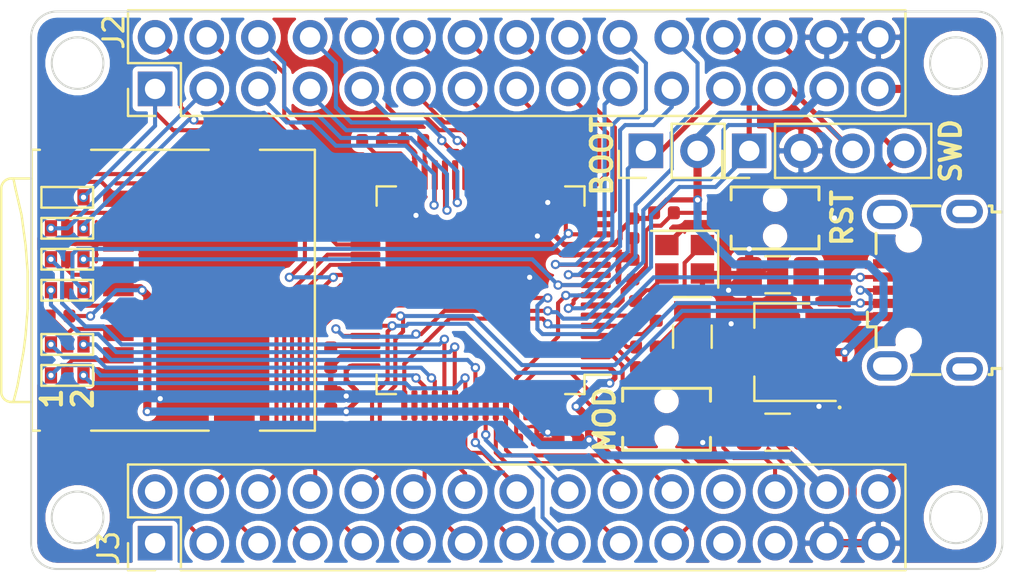
<source format=kicad_pcb>
(kicad_pcb (version 20171130) (host pcbnew "(5.1.5)-3")
  (layers (0 F.Cu signal) (31 B.Cu signal) (34 B.Paste user) (35 F.Paste user) (36 B.SilkS user) (37 F.SilkS user) (38 B.Mask user) (39 F.Mask user) (44 Edge.Cuts user))
  (net 0 "")
  (net 1 "Net-(C0-Pad1)")
  (net 2 "Net-(C0-Pad2)")
  (net 3 "Net-(C1-Pad2)")
  (net 4 "Net-(C1-Pad1)")
  (net 5 "Net-(C2-Pad1)")
  (net 6 "Net-(C2-Pad2)")
  (net 7 "Net-(C3-Pad2)")
  (net 8 "Net-(C3-Pad1)")
  (net 9 GND)
  (net 10 /VCC_3V3)
  (net 11 "Net-(C6-Pad1)")
  (net 12 "Net-(C8-Pad2)")
  (net 13 /NRST)
  (net 14 /VCC_5V)
  (net 15 /PA14_SWCLK)
  (net 16 /PA13_SWDIO)
  (net 17 /PA11_OTG_DM)
  (net 18 /PA12_OTG_DP)
  (net 19 /PA10_OTG_ID)
  (net 20 "Net-(J1-Pad5)")
  (net 21 "Net-(J1-Pad6)")
  (net 22 "Net-(J3-Pad25)")
  (net 23 "Net-(J3-Pad24)")
  (net 24 "Net-(J3-Pad23)")
  (net 25 "Net-(J3-Pad2)")
  (net 26 "Net-(J3-Pad1)")
  (net 27 "Net-(J4-Pad9)")
  (net 28 /SDIO_D1)
  (net 29 /SDIO_D0)
  (net 30 /SDIO_CK)
  (net 31 /SDIO_CMD)
  (net 32 /SDIO_D3)
  (net 33 /SDIO_D2)
  (net 34 "Net-(D0-Pad2)")
  (net 35 /PC2_MODE)
  (net 36 /PC0)
  (net 37 /PC1_SDMMC2_CK)
  (net 38 /PC2)
  (net 39 /PC3)
  (net 40 /PA0_SDMMC2_CMD)
  (net 41 /PA1)
  (net 42 /PA2)
  (net 43 /PA3)
  (net 44 /PA4)
  (net 45 /PA5)
  (net 46 /PA6)
  (net 47 /PA7)
  (net 48 /PC4)
  (net 49 /PC5)
  (net 50 /PB0)
  (net 51 /PB1)
  (net 52 /PB2)
  (net 53 /PB10)
  (net 54 /PB12)
  (net 55 /PB13_SDMMC1_D0)
  (net 56 /PB14_SDMMC2_D0)
  (net 57 /PB15_SDMMC2_D1)
  (net 58 /PC6)
  (net 59 /PC7)
  (net 60 /PC9_SDMMC1_D1)
  (net 61 /PA8)
  (net 62 /PA9)
  (net 63 /PA15)
  (net 64 /PC10_SDMMC1_D2)
  (net 65 /PC11_SDMMC1_D3)
  (net 66 /PC12_SDMMC1_CK)
  (net 67 /PD2_SDMMC1_CMD)
  (net 68 /PB3_SDMMC2_D2)
  (net 69 /PB4_SDMMC2_D3)
  (net 70 /PB5)
  (net 71 /PB6)
  (net 72 /PB7)
  (net 73 /PB8)
  (net 74 /PB9)
  (net 75 /BOOT)
  (module Package_TO_SOT_SMD:SOT-89-3 (layer F.Cu) (at 239.014 116.586 180)
    (fp_text reference U0 hide)
    (fp_text value AP1117-33 hide)
    (pad 2 smd trapezoid (at 2.667 0 90) (size 1.6 0.85) (rect_delta 0 0.6) (layers F.Cu F.Paste F.Mask) (net 10 /VCC_3V3))
    (pad 1 smd rect (at -1.48 -1.5 90) (size 1 1.5) (layers F.Cu F.Paste F.Mask) (net 9 GND))
    (pad 2 smd rect (at -1.3335 0 90) (size 1 1.8) (layers F.Cu F.Paste F.Mask) (net 10 /VCC_3V3))
    (pad 3 smd rect (at -1.48 1.5 90) (size 1 1.5) (layers F.Cu F.Paste F.Mask) (net 14 /VCC_5V))
    (pad 2 smd rect (at 1.3335 0 90) (size 2.2 1.84) (layers F.Cu F.Paste F.Mask) (net 10 /VCC_3V3))
    (pad 2 smd trapezoid (at -0.0762 0 270) (size 1.5 1) (rect_delta 0 0.7) (layers F.Cu F.Paste F.Mask) (net 10 /VCC_3V3))
  )
  (module Capacitor_SMD:C_1206_3216Metric (layer F.Cu) (at 238.379 120.523)
    (fp_text reference C12 hide)
    (fp_text value 100uF hide)
    (pad 2 smd roundrect (at 1.4 0) (size 1.25 1.75) (layers F.Cu F.Paste F.Mask) (roundrect_rratio 0.2) (net 9 GND))
    (pad 1 smd roundrect (at -1.4 0) (size 1.25 1.75) (layers F.Cu F.Paste F.Mask) (roundrect_rratio 0.2) (net 10 /VCC_3V3))
  )
  (module Capacitor_SMD:C_0402_1005Metric (layer F.Cu) (at 231.902 117.348)
    (fp_text reference C0 hide)
    (fp_text value 20pF hide)
    (pad 1 smd roundrect (at -0.485 0) (size 0.59 0.64) (layers F.Cu F.Paste F.Mask) (net 1 "Net-(C0-Pad1)"))
    (pad 2 smd roundrect (at 0.485 0) (size 0.59 0.64) (layers F.Cu F.Paste F.Mask) (net 2 "Net-(C0-Pad2)"))
  )
  (module Capacitor_SMD:C_0402_1005Metric (layer F.Cu) (at 231.902 116.332)
    (fp_text reference C1 hide)
    (fp_text value 20pF hide)
    (pad 2 smd roundrect (at 0.485 0) (size 0.59 0.64) (layers F.Cu F.Paste F.Mask) (net 3 "Net-(C1-Pad2)"))
    (pad 1 smd roundrect (at -0.485 0) (size 0.59 0.64) (layers F.Cu F.Paste F.Mask) (net 4 "Net-(C1-Pad1)"))
  )
  (module Capacitor_SMD:C_0402_1005Metric (layer F.Cu) (at 232.41 114.554 90)
    (fp_text reference C2 hide)
    (fp_text value 20pF hide)
    (pad 1 smd roundrect (at -0.485 0 90) (size 0.59 0.64) (layers F.Cu F.Paste F.Mask) (net 5 "Net-(C2-Pad1)"))
    (pad 2 smd roundrect (at 0.485 0 90) (size 0.59 0.64) (layers F.Cu F.Paste F.Mask) (net 6 "Net-(C2-Pad2)"))
  )
  (module Capacitor_SMD:C_0402_1005Metric (layer F.Cu) (at 231.394 114.554 90)
    (fp_text reference C3 hide)
    (fp_text value 20pF hide)
    (pad 2 smd roundrect (at 0.485 0 90) (size 0.59 0.64) (layers F.Cu F.Paste F.Mask) (net 7 "Net-(C3-Pad2)"))
    (pad 1 smd roundrect (at -0.485 0 90) (size 0.59 0.64) (layers F.Cu F.Paste F.Mask) (net 8 "Net-(C3-Pad1)"))
  )
  (module Capacitor_SMD:C_0402_1005Metric (layer F.Cu) (at 227.33 106.172)
    (fp_text reference C4 hide)
    (fp_text value 100nF hide)
    (pad 2 smd roundrect (at 0.485 0) (size 0.59 0.64) (layers F.Cu F.Paste F.Mask) (net 9 GND))
    (pad 1 smd roundrect (at -0.485 0) (size 0.59 0.64) (layers F.Cu F.Paste F.Mask) (net 10 /VCC_3V3))
  )
  (module Capacitor_SMD:C_0402_1005Metric (layer F.Cu) (at 231.267 110.49 270)
    (fp_text reference C5 hide)
    (fp_text value 100nF hide)
    (pad 1 smd roundrect (at -0.485 0 270) (size 0.59 0.64) (layers F.Cu F.Paste F.Mask) (net 10 /VCC_3V3))
    (pad 2 smd roundrect (at 0.485 0 270) (size 0.59 0.64) (layers F.Cu F.Paste F.Mask) (net 9 GND))
  )
  (module Capacitor_SMD:C_0402_1005Metric (layer F.Cu) (at 220.472 106.172 180)
    (fp_text reference C6 hide)
    (fp_text value 10uF hide)
    (pad 2 smd roundrect (at 0.485 0 180) (size 0.59 0.64) (layers F.Cu F.Paste F.Mask) (net 9 GND))
    (pad 1 smd roundrect (at -0.485 0 180) (size 0.59 0.64) (layers F.Cu F.Paste F.Mask) (net 11 "Net-(C6-Pad1)"))
  )
  (module Capacitor_SMD:C_0402_1005Metric (layer F.Cu) (at 218.44 106.172)
    (fp_text reference C7 hide)
    (fp_text value 100nF hide)
    (pad 1 smd roundrect (at -0.485 0) (size 0.59 0.64) (layers F.Cu F.Paste F.Mask) (net 10 /VCC_3V3))
    (pad 2 smd roundrect (at 0.485 0) (size 0.59 0.64) (layers F.Cu F.Paste F.Mask) (net 9 GND))
  )
  (module Capacitor_SMD:C_0402_1005Metric (layer F.Cu) (at 216.408 116.84 90)
    (fp_text reference C8 hide)
    (fp_text value 10uF hide)
    (pad 2 smd roundrect (at 0.485 0 90) (size 0.59 0.64) (layers F.Cu F.Paste F.Mask) (net 12 "Net-(C8-Pad2)"))
    (pad 1 smd roundrect (at -0.485 0 90) (size 0.59 0.64) (layers F.Cu F.Paste F.Mask) (net 9 GND))
  )
  (module Capacitor_SMD:C_0402_1005Metric (layer F.Cu) (at 216.408 118.872 270)
    (fp_text reference C9 hide)
    (fp_text value 100nF hide)
    (pad 1 smd roundrect (at -0.485 0 270) (size 0.59 0.64) (layers F.Cu F.Paste F.Mask) (net 9 GND))
    (pad 2 smd roundrect (at 0.485 0 270) (size 0.59 0.64) (layers F.Cu F.Paste F.Mask) (net 10 /VCC_3V3))
  )
  (module Capacitor_SMD:C_0402_1005Metric (layer F.Cu) (at 228.092 120.904)
    (fp_text reference C10 hide)
    (fp_text value 100nF hide)
    (pad 1 smd roundrect (at -0.485 0) (size 0.59 0.64) (layers F.Cu F.Paste F.Mask) (net 9 GND))
    (pad 2 smd roundrect (at 0.485 0) (size 0.59 0.64) (layers F.Cu F.Paste F.Mask) (net 10 /VCC_3V3))
  )
  (module Capacitor_SMD:C_0402_1005Metric (layer F.Cu) (at 231.267 112.522 90)
    (fp_text reference C11 hide)
    (fp_text value 100nF hide)
    (pad 2 smd roundrect (at 0.485 0 90) (size 0.59 0.64) (layers F.Cu F.Paste F.Mask) (net 9 GND))
    (pad 1 smd roundrect (at -0.485 0 90) (size 0.59 0.64) (layers F.Cu F.Paste F.Mask) (net 13 /NRST))
  )
  (module Capacitor_SMD:C_1206_3216Metric (layer F.Cu) (at 238.379 112.776 180)
    (fp_text reference C13 hide)
    (fp_text value 100uF hide)
    (pad 1 smd roundrect (at -1.4 0 180) (size 1.25 1.75) (layers F.Cu F.Paste F.Mask) (roundrect_rratio 0.2) (net 14 /VCC_5V))
    (pad 2 smd roundrect (at 1.4 0 180) (size 1.25 1.75) (layers F.Cu F.Paste F.Mask) (roundrect_rratio 0.2) (net 9 GND))
  )
  (module Connector_USB:USB_Micro-B_Wuerth_629105150521 (layer F.Cu) (at 245.618 113.538 90)
    (fp_text reference J1 hide)
    (fp_text value USB_B_Micro hide)
    (pad 1 smd rect (at -1.3 -1.9 90) (size 0.45 1.3) (layers F.Cu F.Paste F.Mask) (net 14 /VCC_5V))
    (pad 2 smd rect (at -0.65 -1.9 90) (size 0.45 1.3) (layers F.Cu F.Paste F.Mask) (net 17 /PA11_OTG_DM))
    (pad 3 smd rect (at 0 -1.9 90) (size 0.45 1.3) (layers F.Cu F.Paste F.Mask) (net 18 /PA12_OTG_DP))
    (pad 4 smd rect (at 0.65 -1.9 90) (size 0.45 1.3) (layers F.Cu F.Paste F.Mask) (net 19 /PA10_OTG_ID))
    (pad 5 smd rect (at 1.3 -1.9 90) (size 0.45 1.3) (layers F.Cu F.Paste F.Mask) (net 20 "Net-(J1-Pad5)"))
    (pad 6 thru_hole oval (at -3.725 -1.85 90) (size 1.45 2) (drill oval 0.85 1.4) (layers *.Cu *.Mask) (net 21 "Net-(J1-Pad6)"))
    (pad 6 thru_hole oval (at 3.725 -1.85 90) (size 1.45 2) (drill oval 0.85 1.4) (layers *.Cu *.Mask) (net 21 "Net-(J1-Pad6)"))
    (pad 6 thru_hole oval (at -3.875 1.95 90) (size 1.15 1.8) (drill oval 0.55 1.2) (layers *.Cu *.Mask) (net 21 "Net-(J1-Pad6)"))
    (pad 6 thru_hole oval (at 3.875 1.95 90) (size 1.15 1.8) (drill oval 0.55 1.2) (layers *.Cu *.Mask) (net 21 "Net-(J1-Pad6)"))
    (pad "" np_thru_hole oval (at -2.5 -0.8 90) (size 0.8 0.8) (drill 0.8) (layers *.Cu *.Mask))
    (pad "" np_thru_hole oval (at 2.5 -0.8 90) (size 0.8 0.8) (drill 0.8) (layers *.Cu *.Mask))
  )
  (module Connector_PinHeader_2.54mm:PinHeader_2x15_P2.54mm_Vertical (layer F.Cu) (at 207.772 103.632 90)
    (fp_text reference J2 (at 2.794 -2.032 90) (layer F.SilkS))
    (fp_text value Conn_02x15_Odd_Even hide)
    (pad 1 thru_hole rect (at 0 0 90) (size 1.7 1.7) (drill 1) (layers *.Cu *.Mask) (net 57 /PB15_SDMMC2_D1))
    (pad 2 thru_hole oval (at 2.54 0 90) (size 1.7 1.7) (drill 1) (layers *.Cu *.Mask) (net 56 /PB14_SDMMC2_D0))
    (pad 3 thru_hole oval (at 0 2.54 90) (size 1.7 1.7) (drill 1) (layers *.Cu *.Mask) (net 55 /PB13_SDMMC1_D0))
    (pad 4 thru_hole oval (at 2.54 2.54 90) (size 1.7 1.7) (drill 1) (layers *.Cu *.Mask) (net 54 /PB12))
    (pad 5 thru_hole oval (at 0 5.08 90) (size 1.7 1.7) (drill 1) (layers *.Cu *.Mask) (net 53 /PB10))
    (pad 6 thru_hole oval (at 2.54 5.08 90) (size 1.7 1.7) (drill 1) (layers *.Cu *.Mask) (net 52 /PB2))
    (pad 7 thru_hole oval (at 0 7.62 90) (size 1.7 1.7) (drill 1) (layers *.Cu *.Mask) (net 51 /PB1))
    (pad 8 thru_hole oval (at 2.54 7.62 90) (size 1.7 1.7) (drill 1) (layers *.Cu *.Mask) (net 50 /PB0))
    (pad 9 thru_hole oval (at 0 10.16 90) (size 1.7 1.7) (drill 1) (layers *.Cu *.Mask) (net 49 /PC5))
    (pad 10 thru_hole oval (at 2.54 10.16 90) (size 1.7 1.7) (drill 1) (layers *.Cu *.Mask) (net 48 /PC4))
    (pad 11 thru_hole oval (at 0 12.7 90) (size 1.7 1.7) (drill 1) (layers *.Cu *.Mask) (net 47 /PA7))
    (pad 12 thru_hole oval (at 2.54 12.7 90) (size 1.7 1.7) (drill 1) (layers *.Cu *.Mask) (net 46 /PA6))
    (pad 13 thru_hole oval (at 0 15.24 90) (size 1.7 1.7) (drill 1) (layers *.Cu *.Mask) (net 45 /PA5))
    (pad 14 thru_hole oval (at 2.54 15.24 90) (size 1.7 1.7) (drill 1) (layers *.Cu *.Mask) (net 44 /PA4))
    (pad 15 thru_hole oval (at 0 17.78 90) (size 1.7 1.7) (drill 1) (layers *.Cu *.Mask) (net 43 /PA3))
    (pad 16 thru_hole oval (at 2.54 17.78 90) (size 1.7 1.7) (drill 1) (layers *.Cu *.Mask) (net 40 /PA0_SDMMC2_CMD))
    (pad 17 thru_hole oval (at 0 20.32 90) (size 1.7 1.7) (drill 1) (layers *.Cu *.Mask) (net 41 /PA1))
    (pad 18 thru_hole oval (at 2.54 20.32 90) (size 1.7 1.7) (drill 1) (layers *.Cu *.Mask) (net 42 /PA2))
    (pad 19 thru_hole oval (at 0 22.86 90) (size 1.7 1.7) (drill 1) (layers *.Cu *.Mask) (net 39 /PC3))
    (pad 20 thru_hole oval (at 2.54 22.86 90) (size 1.7 1.7) (drill 1) (layers *.Cu *.Mask) (net 38 /PC2))
    (pad 21 thru_hole oval (at 0 25.4 90) (size 1.7 1.7) (drill 1) (layers *.Cu *.Mask) (net 37 /PC1_SDMMC2_CK))
    (pad 22 thru_hole oval (at 2.54 25.4 90) (size 1.7 1.7) (drill 1) (layers *.Cu *.Mask) (net 36 /PC0))
    (pad 23 thru_hole oval (at 0 27.94 90) (size 1.7 1.7) (drill 1) (layers *.Cu *.Mask) (net 75 /BOOT))
    (pad 24 thru_hole oval (at 2.54 27.94 90) (size 1.7 1.7) (drill 1) (layers *.Cu *.Mask) (net 15 /PA14_SWCLK))
    (pad 25 thru_hole oval (at 0 30.48 90) (size 1.7 1.7) (drill 1) (layers *.Cu *.Mask) (net 16 /PA13_SWDIO))
    (pad 26 thru_hole oval (at 2.54 30.48 90) (size 1.7 1.7) (drill 1) (layers *.Cu *.Mask) (net 13 /NRST))
    (pad 27 thru_hole oval (at 0 33.02 90) (size 1.7 1.7) (drill 1) (layers *.Cu *.Mask) (net 10 /VCC_3V3))
    (pad 28 thru_hole oval (at 2.54 33.02 90) (size 1.7 1.7) (drill 1) (layers *.Cu *.Mask) (net 9 GND))
    (pad 29 thru_hole oval (at 0 35.56 90) (size 1.7 1.7) (drill 1) (layers *.Cu *.Mask) (net 14 /VCC_5V))
    (pad 30 thru_hole oval (at 2.54 35.56 90) (size 1.7 1.7) (drill 1) (layers *.Cu *.Mask) (net 9 GND))
  )
  (module Connector_PinHeader_2.54mm:PinHeader_2x15_P2.54mm_Vertical (layer F.Cu) (at 207.772 125.984 90)
    (fp_text reference J3 (at -0.254 -2.286 90) (layer F.SilkS))
    (fp_text value Conn_02x15_Odd_Even hide)
    (pad 30 thru_hole oval (at 2.54 35.56 90) (size 1.7 1.7) (drill 1) (layers *.Cu *.Mask) (net 14 /VCC_5V))
    (pad 29 thru_hole oval (at 0 35.56 90) (size 1.7 1.7) (drill 1) (layers *.Cu *.Mask) (net 9 GND))
    (pad 28 thru_hole oval (at 2.54 33.02 90) (size 1.7 1.7) (drill 1) (layers *.Cu *.Mask) (net 10 /VCC_3V3))
    (pad 27 thru_hole oval (at 0 33.02 90) (size 1.7 1.7) (drill 1) (layers *.Cu *.Mask) (net 9 GND))
    (pad 26 thru_hole oval (at 2.54 30.48 90) (size 1.7 1.7) (drill 1) (layers *.Cu *.Mask) (net 35 /PC2_MODE))
    (pad 25 thru_hole oval (at 0 30.48 90) (size 1.7 1.7) (drill 1) (layers *.Cu *.Mask) (net 22 "Net-(J3-Pad25)"))
    (pad 24 thru_hole oval (at 2.54 27.94 90) (size 1.7 1.7) (drill 1) (layers *.Cu *.Mask) (net 23 "Net-(J3-Pad24)"))
    (pad 23 thru_hole oval (at 0 27.94 90) (size 1.7 1.7) (drill 1) (layers *.Cu *.Mask) (net 24 "Net-(J3-Pad23)"))
    (pad 22 thru_hole oval (at 2.54 25.4 90) (size 1.7 1.7) (drill 1) (layers *.Cu *.Mask) (net 74 /PB9))
    (pad 21 thru_hole oval (at 0 25.4 90) (size 1.7 1.7) (drill 1) (layers *.Cu *.Mask) (net 73 /PB8))
    (pad 20 thru_hole oval (at 2.54 22.86 90) (size 1.7 1.7) (drill 1) (layers *.Cu *.Mask) (net 72 /PB7))
    (pad 19 thru_hole oval (at 0 22.86 90) (size 1.7 1.7) (drill 1) (layers *.Cu *.Mask) (net 71 /PB6))
    (pad 18 thru_hole oval (at 2.54 20.32 90) (size 1.7 1.7) (drill 1) (layers *.Cu *.Mask) (net 70 /PB5))
    (pad 17 thru_hole oval (at 0 20.32 90) (size 1.7 1.7) (drill 1) (layers *.Cu *.Mask) (net 69 /PB4_SDMMC2_D3))
    (pad 16 thru_hole oval (at 2.54 17.78 90) (size 1.7 1.7) (drill 1) (layers *.Cu *.Mask) (net 68 /PB3_SDMMC2_D2))
    (pad 15 thru_hole oval (at 0 17.78 90) (size 1.7 1.7) (drill 1) (layers *.Cu *.Mask) (net 67 /PD2_SDMMC1_CMD))
    (pad 14 thru_hole oval (at 2.54 15.24 90) (size 1.7 1.7) (drill 1) (layers *.Cu *.Mask) (net 66 /PC12_SDMMC1_CK))
    (pad 13 thru_hole oval (at 0 15.24 90) (size 1.7 1.7) (drill 1) (layers *.Cu *.Mask) (net 65 /PC11_SDMMC1_D3))
    (pad 12 thru_hole oval (at 2.54 12.7 90) (size 1.7 1.7) (drill 1) (layers *.Cu *.Mask) (net 64 /PC10_SDMMC1_D2))
    (pad 11 thru_hole oval (at 0 12.7 90) (size 1.7 1.7) (drill 1) (layers *.Cu *.Mask) (net 63 /PA15))
    (pad 10 thru_hole oval (at 2.54 10.16 90) (size 1.7 1.7) (drill 1) (layers *.Cu *.Mask) (net 17 /PA11_OTG_DM))
    (pad 9 thru_hole oval (at 0 10.16 90) (size 1.7 1.7) (drill 1) (layers *.Cu *.Mask) (net 18 /PA12_OTG_DP))
    (pad 8 thru_hole oval (at 2.54 7.62 90) (size 1.7 1.7) (drill 1) (layers *.Cu *.Mask) (net 19 /PA10_OTG_ID))
    (pad 7 thru_hole oval (at 0 7.62 90) (size 1.7 1.7) (drill 1) (layers *.Cu *.Mask) (net 62 /PA9))
    (pad 6 thru_hole oval (at 2.54 5.08 90) (size 1.7 1.7) (drill 1) (layers *.Cu *.Mask) (net 61 /PA8))
    (pad 5 thru_hole oval (at 0 5.08 90) (size 1.7 1.7) (drill 1) (layers *.Cu *.Mask) (net 60 /PC9_SDMMC1_D1))
    (pad 4 thru_hole oval (at 2.54 2.54 90) (size 1.7 1.7) (drill 1) (layers *.Cu *.Mask) (net 59 /PC7))
    (pad 3 thru_hole oval (at 0 2.54 90) (size 1.7 1.7) (drill 1) (layers *.Cu *.Mask) (net 58 /PC6))
    (pad 2 thru_hole oval (at 2.54 0 90) (size 1.7 1.7) (drill 1) (layers *.Cu *.Mask) (net 25 "Net-(J3-Pad2)"))
    (pad 1 thru_hole rect (at 0 0 90) (size 1.7 1.7) (drill 1) (layers *.Cu *.Mask) (net 26 "Net-(J3-Pad1)"))
  )
  (module Connector_Card:microSD_HC_Wuerth_693072010801 (layer F.Cu) (at 207.518 113.538 90)
    (fp_text reference J4 hide)
    (fp_text value Micro_SD_Card hide)
    (pad 9 smd rect (at 6.875 -4.15 90) (size 1.45 2) (layers F.Cu F.Paste F.Mask) (net 27 "Net-(J4-Pad9)"))
    (pad 9 smd rect (at -6.875 -4.15 90) (size 1.45 2) (layers F.Cu F.Paste F.Mask) (net 27 "Net-(J4-Pad9)"))
    (pad 9 smd rect (at -6.875 4.15 90) (size 1.45 2) (layers F.Cu F.Paste F.Mask) (net 27 "Net-(J4-Pad9)"))
    (pad 9 smd rect (at 6.875 4.15 90) (size 1.45 2) (layers F.Cu F.Paste F.Mask) (net 27 "Net-(J4-Pad9)"))
    (pad 8 smd rect (at 4.5 -1.55 90) (size 0.8 1.5) (layers F.Cu F.Paste F.Mask) (net 28 /SDIO_D1))
    (pad 7 smd rect (at 3.4 -1.55 90) (size 0.8 1.5) (layers F.Cu F.Paste F.Mask) (net 29 /SDIO_D0))
    (pad 6 smd rect (at 2.3 -1.55 90) (size 0.8 1.5) (layers F.Cu F.Paste F.Mask) (net 9 GND))
    (pad 5 smd rect (at 1.2 -1.55 90) (size 0.8 1.5) (layers F.Cu F.Paste F.Mask) (net 30 /SDIO_CK))
    (pad 4 smd rect (at 0.1 -1.55 90) (size 0.8 1.5) (layers F.Cu F.Paste F.Mask) (net 10 /VCC_3V3))
    (pad 3 smd rect (at -1 -1.55 90) (size 0.8 1.5) (layers F.Cu F.Paste F.Mask) (net 31 /SDIO_CMD))
    (pad 2 smd rect (at -2.1 -1.55 90) (size 0.8 1.5) (layers F.Cu F.Paste F.Mask) (net 32 /SDIO_D3))
    (pad 1 smd rect (at -3.2 -1.55 90) (size 0.8 1.5) (layers F.Cu F.Paste F.Mask) (net 33 /SDIO_D2))
  )
  (module Resistor_SMD:R_0402_1005Metric (layer F.Cu) (at 226.06 120.904 180)
    (fp_text reference R0 hide)
    (fp_text value 10K hide)
    (pad 1 smd roundrect (at -0.485 0 180) (size 0.59 0.64) (layers F.Cu F.Paste F.Mask) (net 9 GND))
    (pad 2 smd roundrect (at 0.485 0 180) (size 0.59 0.64) (layers F.Cu F.Paste F.Mask) (net 75 /BOOT))
  )
  (module Resistor_SMD:R_0402_1005Metric (layer F.Cu) (at 232.791 109.728 180)
    (fp_text reference R1 hide)
    (fp_text value 10K hide)
    (pad 2 smd roundrect (at 0.485 0 180) (size 0.59 0.64) (layers F.Cu F.Paste F.Mask) (net 10 /VCC_3V3))
    (pad 1 smd roundrect (at -0.485 0 180) (size 0.59 0.64) (layers F.Cu F.Paste F.Mask) (net 13 /NRST))
  )
  (module Resistor_SMD:R_0402_1005Metric (layer F.Cu) (at 242.57 120.396 90)
    (fp_text reference R2 hide)
    (fp_text value 1K hide)
    (pad 2 smd roundrect (at 0.485 0 90) (size 0.59 0.64) (layers F.Cu F.Paste F.Mask) (net 10 /VCC_3V3))
    (pad 1 smd roundrect (at -0.485 0 90) (size 0.59 0.64) (layers F.Cu F.Paste F.Mask) (net 34 "Net-(D0-Pad2)"))
  )
  (module Resistor_SMD:R_0402_1005Metric (layer F.Cu) (at 203.073 114.808 180)
    (fp_text reference R3 hide)
    (fp_text value 10K hide)
    (pad 1 smd roundrect (at -0.485 0 180) (size 0.59 0.64) (layers F.Cu F.Paste F.Mask) (net 10 /VCC_3V3))
    (pad 2 smd roundrect (at 0.485 0 180) (size 0.59 0.64) (layers F.Cu F.Paste F.Mask) (net 32 /SDIO_D3))
  )
  (module SimonQian:Key_2Pin_2.9X4.3 (layer F.Cu) (at 238.252 109.982 180)
    (fp_text reference SW0 hide)
    (fp_text value SW_DIP_x01 hide)
    (pad "" np_thru_hole circle (at 0 0.9 180) (size 0.7 0.7) (drill 0.7) (layers *.Cu *.Mask))
    (pad "" np_thru_hole circle (at 0 -0.9 180) (size 0.7 0.7) (drill 0.7) (layers *.Cu *.Mask))
    (pad 2 smd rect (at 1.75 0 180) (size 1.2 1.5) (layers F.Cu F.Paste F.Mask) (net 13 /NRST))
    (pad 1 smd rect (at -1.75 0 180) (size 1.2 1.5) (layers F.Cu F.Paste F.Mask) (net 9 GND))
  )
  (module SimonQian:Key_2Pin_2.9X4.3 (layer F.Cu) (at 232.918 119.888 180)
    (fp_text reference SW1 hide)
    (fp_text value SW_DIP_x01 hide)
    (pad 1 smd rect (at -1.75 0 180) (size 1.2 1.5) (layers F.Cu F.Paste F.Mask) (net 9 GND))
    (pad 2 smd rect (at 1.75 0 180) (size 1.2 1.5) (layers F.Cu F.Paste F.Mask) (net 35 /PC2_MODE))
    (pad "" np_thru_hole circle (at 0 -0.9 180) (size 0.7 0.7) (drill 0.7) (layers *.Cu *.Mask))
    (pad "" np_thru_hole circle (at 0 0.9 180) (size 0.7 0.7) (drill 0.7) (layers *.Cu *.Mask))
  )
  (module Package_QFP:TQFP-64_10x10mm_P0.5mm (layer F.Cu) (at 223.774 113.538 180)
    (fp_text reference U1 hide)
    (fp_text value STM32H7B0_64 hide)
    (pad 64 smd roundrect (at -3.75 -5.6625 180) (size 0.3 1.475) (layers F.Cu F.Paste F.Mask) (net 10 /VCC_3V3))
    (pad 63 smd roundrect (at -3.25 -5.6625 180) (size 0.3 1.475) (layers F.Cu F.Paste F.Mask) (net 9 GND))
    (pad 62 smd roundrect (at -2.75 -5.6625 180) (size 0.3 1.475) (layers F.Cu F.Paste F.Mask) (net 74 /PB9))
    (pad 61 smd roundrect (at -2.25 -5.6625 180) (size 0.3 1.475) (layers F.Cu F.Paste F.Mask) (net 73 /PB8))
    (pad 60 smd roundrect (at -1.75 -5.6625 180) (size 0.3 1.475) (layers F.Cu F.Paste F.Mask) (net 75 /BOOT))
    (pad 59 smd roundrect (at -1.25 -5.6625 180) (size 0.3 1.475) (layers F.Cu F.Paste F.Mask) (net 72 /PB7))
    (pad 58 smd roundrect (at -0.75 -5.6625 180) (size 0.3 1.475) (layers F.Cu F.Paste F.Mask) (net 71 /PB6))
    (pad 57 smd roundrect (at -0.25 -5.6625 180) (size 0.3 1.475) (layers F.Cu F.Paste F.Mask) (net 70 /PB5))
    (pad 56 smd roundrect (at 0.25 -5.6625 180) (size 0.3 1.475) (layers F.Cu F.Paste F.Mask) (net 69 /PB4_SDMMC2_D3))
    (pad 55 smd roundrect (at 0.75 -5.6625 180) (size 0.3 1.475) (layers F.Cu F.Paste F.Mask) (net 68 /PB3_SDMMC2_D2))
    (pad 54 smd roundrect (at 1.25 -5.6625 180) (size 0.3 1.475) (layers F.Cu F.Paste F.Mask) (net 67 /PD2_SDMMC1_CMD))
    (pad 53 smd roundrect (at 1.75 -5.6625 180) (size 0.3 1.475) (layers F.Cu F.Paste F.Mask) (net 66 /PC12_SDMMC1_CK))
    (pad 52 smd roundrect (at 2.25 -5.6625 180) (size 0.3 1.475) (layers F.Cu F.Paste F.Mask) (net 65 /PC11_SDMMC1_D3))
    (pad 51 smd roundrect (at 2.75 -5.6625 180) (size 0.3 1.475) (layers F.Cu F.Paste F.Mask) (net 64 /PC10_SDMMC1_D2))
    (pad 50 smd roundrect (at 3.25 -5.6625 180) (size 0.3 1.475) (layers F.Cu F.Paste F.Mask) (net 63 /PA15))
    (pad 49 smd roundrect (at 3.75 -5.6625 180) (size 0.3 1.475) (layers F.Cu F.Paste F.Mask) (net 15 /PA14_SWCLK))
    (pad 48 smd roundrect (at 5.6625 -3.75 180) (size 1.475 0.3) (layers F.Cu F.Paste F.Mask) (net 10 /VCC_3V3))
    (pad 47 smd roundrect (at 5.6625 -3.25 180) (size 1.475 0.3) (layers F.Cu F.Paste F.Mask) (net 9 GND))
    (pad 46 smd roundrect (at 5.6625 -2.75 180) (size 1.475 0.3) (layers F.Cu F.Paste F.Mask) (net 12 "Net-(C8-Pad2)"))
    (pad 45 smd roundrect (at 5.6625 -2.25 180) (size 1.475 0.3) (layers F.Cu F.Paste F.Mask) (net 16 /PA13_SWDIO))
    (pad 44 smd roundrect (at 5.6625 -1.75 180) (size 1.475 0.3) (layers F.Cu F.Paste F.Mask) (net 18 /PA12_OTG_DP))
    (pad 43 smd roundrect (at 5.6625 -1.25 180) (size 1.475 0.3) (layers F.Cu F.Paste F.Mask) (net 17 /PA11_OTG_DM))
    (pad 42 smd roundrect (at 5.6625 -0.75 180) (size 1.475 0.3) (layers F.Cu F.Paste F.Mask) (net 19 /PA10_OTG_ID))
    (pad 41 smd roundrect (at 5.6625 -0.25 180) (size 1.475 0.3) (layers F.Cu F.Paste F.Mask) (net 62 /PA9))
    (pad 40 smd roundrect (at 5.6625 0.25 180) (size 1.475 0.3) (layers F.Cu F.Paste F.Mask) (net 61 /PA8))
    (pad 39 smd roundrect (at 5.6625 0.75 180) (size 1.475 0.3) (layers F.Cu F.Paste F.Mask) (net 60 /PC9_SDMMC1_D1))
    (pad 38 smd roundrect (at 5.6625 1.25 180) (size 1.475 0.3) (layers F.Cu F.Paste F.Mask) (net 59 /PC7))
    (pad 37 smd roundrect (at 5.6625 1.75 180) (size 1.475 0.3) (layers F.Cu F.Paste F.Mask) (net 58 /PC6))
    (pad 36 smd roundrect (at 5.6625 2.25 180) (size 1.475 0.3) (layers F.Cu F.Paste F.Mask) (net 57 /PB15_SDMMC2_D1))
    (pad 35 smd roundrect (at 5.6625 2.75 180) (size 1.475 0.3) (layers F.Cu F.Paste F.Mask) (net 56 /PB14_SDMMC2_D0))
    (pad 34 smd roundrect (at 5.6625 3.25 180) (size 1.475 0.3) (layers F.Cu F.Paste F.Mask) (net 55 /PB13_SDMMC1_D0))
    (pad 33 smd roundrect (at 5.6625 3.75 180) (size 1.475 0.3) (layers F.Cu F.Paste F.Mask) (net 54 /PB12))
    (pad 32 smd roundrect (at 3.75 5.6625 180) (size 0.3 1.475) (layers F.Cu F.Paste F.Mask) (net 10 /VCC_3V3))
    (pad 31 smd roundrect (at 3.25 5.6625 180) (size 0.3 1.475) (layers F.Cu F.Paste F.Mask) (net 9 GND))
    (pad 30 smd roundrect (at 2.75 5.6625 180) (size 0.3 1.475) (layers F.Cu F.Paste F.Mask) (net 11 "Net-(C6-Pad1)"))
    (pad 29 smd roundrect (at 2.25 5.6625 180) (size 0.3 1.475) (layers F.Cu F.Paste F.Mask) (net 53 /PB10))
    (pad 28 smd roundrect (at 1.75 5.6625 180) (size 0.3 1.475) (layers F.Cu F.Paste F.Mask) (net 52 /PB2))
    (pad 27 smd roundrect (at 1.25 5.6625 180) (size 0.3 1.475) (layers F.Cu F.Paste F.Mask) (net 51 /PB1))
    (pad 26 smd roundrect (at 0.75 5.6625 180) (size 0.3 1.475) (layers F.Cu F.Paste F.Mask) (net 50 /PB0))
    (pad 25 smd roundrect (at 0.25 5.6625 180) (size 0.3 1.475) (layers F.Cu F.Paste F.Mask) (net 49 /PC5))
    (pad 24 smd roundrect (at -0.25 5.6625 180) (size 0.3 1.475) (layers F.Cu F.Paste F.Mask) (net 48 /PC4))
    (pad 23 smd roundrect (at -0.75 5.6625 180) (size 0.3 1.475) (layers F.Cu F.Paste F.Mask) (net 47 /PA7))
    (pad 22 smd roundrect (at -1.25 5.6625 180) (size 0.3 1.475) (layers F.Cu F.Paste F.Mask) (net 46 /PA6))
    (pad 21 smd roundrect (at -1.75 5.6625 180) (size 0.3 1.475) (layers F.Cu F.Paste F.Mask) (net 45 /PA5))
    (pad 20 smd roundrect (at -2.25 5.6625 180) (size 0.3 1.475) (layers F.Cu F.Paste F.Mask) (net 44 /PA4))
    (pad 19 smd roundrect (at -2.75 5.6625 180) (size 0.3 1.475) (layers F.Cu F.Paste F.Mask) (net 10 /VCC_3V3))
    (pad 18 smd roundrect (at -3.25 5.6625 180) (size 0.3 1.475) (layers F.Cu F.Paste F.Mask) (net 9 GND))
    (pad 17 smd roundrect (at -3.75 5.6625 180) (size 0.3 1.475) (layers F.Cu F.Paste F.Mask) (net 43 /PA3))
    (pad 16 smd roundrect (at -5.6625 3.75 180) (size 1.475 0.3) (layers F.Cu F.Paste F.Mask) (net 42 /PA2))
    (pad 15 smd roundrect (at -5.6625 3.25 180) (size 1.475 0.3) (layers F.Cu F.Paste F.Mask) (net 41 /PA1))
    (pad 14 smd roundrect (at -5.6625 2.75 180) (size 1.475 0.3) (layers F.Cu F.Paste F.Mask) (net 40 /PA0_SDMMC2_CMD))
    (pad 13 smd roundrect (at -5.6625 2.25 180) (size 1.475 0.3) (layers F.Cu F.Paste F.Mask) (net 10 /VCC_3V3))
    (pad 12 smd roundrect (at -5.6625 1.75 180) (size 1.475 0.3) (layers F.Cu F.Paste F.Mask) (net 9 GND))
    (pad 11 smd roundrect (at -5.6625 1.25 180) (size 1.475 0.3) (layers F.Cu F.Paste F.Mask) (net 39 /PC3))
    (pad 10 smd roundrect (at -5.6625 0.75 180) (size 1.475 0.3) (layers F.Cu F.Paste F.Mask) (net 38 /PC2))
    (pad 9 smd roundrect (at -5.6625 0.25 180) (size 1.475 0.3) (layers F.Cu F.Paste F.Mask) (net 37 /PC1_SDMMC2_CK))
    (pad 8 smd roundrect (at -5.6625 -0.25 180) (size 1.475 0.3) (layers F.Cu F.Paste F.Mask) (net 36 /PC0))
    (pad 7 smd roundrect (at -5.6625 -0.75 180) (size 1.475 0.3) (layers F.Cu F.Paste F.Mask) (net 13 /NRST))
    (pad 6 smd roundrect (at -5.6625 -1.25 180) (size 1.475 0.3) (layers F.Cu F.Paste F.Mask) (net 8 "Net-(C3-Pad1)"))
    (pad 5 smd roundrect (at -5.6625 -1.75 180) (size 1.475 0.3) (layers F.Cu F.Paste F.Mask) (net 5 "Net-(C2-Pad1)"))
    (pad 4 smd roundrect (at -5.6625 -2.25 180) (size 1.475 0.3) (layers F.Cu F.Paste F.Mask) (net 4 "Net-(C1-Pad1)"))
    (pad 3 smd roundrect (at -5.6625 -2.75 180) (size 1.475 0.3) (layers F.Cu F.Paste F.Mask) (net 1 "Net-(C0-Pad1)"))
    (pad 2 smd roundrect (at -5.6625 -3.25 180) (size 1.475 0.3) (layers F.Cu F.Paste F.Mask) (net 35 /PC2_MODE))
    (pad 1 smd roundrect (at -5.6625 -3.75 180) (size 1.475 0.3) (layers F.Cu F.Paste F.Mask) (net 10 /VCC_3V3))
  )
  (module Crystal:Crystal_SMD_2520-4Pin_2.5x2.0mm (layer F.Cu) (at 233.807 112.014 180)
    (fp_text reference Y0 hide)
    (fp_text value Crystal_GND24 hide)
    (pad 1 smd rect (at -0.875 0.7 180) (size 1.15 1) (layers F.Cu F.Paste F.Mask) (net 6 "Net-(C2-Pad2)"))
    (pad 2 smd rect (at 0.875 0.7 180) (size 1.15 1) (layers F.Cu F.Paste F.Mask) (net 9 GND))
    (pad 3 smd rect (at 0.875 -0.7 180) (size 1.15 1) (layers F.Cu F.Paste F.Mask) (net 7 "Net-(C3-Pad2)"))
    (pad 4 smd rect (at -0.875 -0.7 180) (size 1.15 1) (layers F.Cu F.Paste F.Mask) (net 9 GND))
  )
  (module Crystal:Crystal_SMD_EuroQuartz_EQ161-2Pin_3.2x1.5mm (layer F.Cu) (at 234.188 115.824 270)
    (fp_text reference Y1 hide)
    (fp_text value Crystal hide)
    (pad 1 smd rect (at -1.25 0 270) (size 1 1.8) (layers F.Cu F.Paste F.Mask) (net 3 "Net-(C1-Pad2)"))
    (pad 2 smd rect (at 1.25 0 270) (size 1 1.8) (layers F.Cu F.Paste F.Mask) (net 2 "Net-(C0-Pad2)"))
  )
  (module LED_SMD:LED_0402_1005Metric (layer F.Cu) (at 241.427 120.396 270)
    (fp_text reference D0 hide)
    (fp_text value LED hide)
    (pad 2 smd roundrect (at 0.485 0 270) (size 0.59 0.64) (layers F.Cu F.Paste F.Mask) (net 34 "Net-(D0-Pad2)"))
    (pad 1 smd roundrect (at -0.485 0 270) (size 0.59 0.64) (layers F.Cu F.Paste F.Mask) (net 9 GND))
  )
  (module Connector_PinHeader_2.54mm:PinHeader_1x04_P2.54mm_Vertical (layer F.Cu) (at 236.982 106.68 90)
    (fp_text reference J0 hide)
    (fp_text value Conn_01x04 hide)
    (pad 1 thru_hole rect (at 0 0 90) (size 1.7 1.7) (drill 1) (layers *.Cu *.Mask) (net 15 /PA14_SWCLK))
    (pad 2 thru_hole oval (at 0 2.54 90) (size 1.7 1.7) (drill 1) (layers *.Cu *.Mask) (net 9 GND))
    (pad 3 thru_hole oval (at 0 5.08 90) (size 1.7 1.7) (drill 1) (layers *.Cu *.Mask) (net 16 /PA13_SWDIO))
    (pad 4 thru_hole oval (at 0 7.62 90) (size 1.7 1.7) (drill 1) (layers *.Cu *.Mask) (net 13 /NRST))
  )
  (module Connector_PinHeader_2.54mm:PinHeader_1x02_P2.54mm_Vertical (layer F.Cu) (at 231.902 106.68 90)
    (fp_text reference JP0 hide)
    (fp_text value Jumper_2_Open hide)
    (pad 1 thru_hole rect (at 0 0 90) (size 1.7 1.7) (drill 1) (layers *.Cu *.Mask) (net 75 /BOOT))
    (pad 2 thru_hole oval (at 0 2.54 90) (size 1.7 1.7) (drill 1) (layers *.Cu *.Mask) (net 10 /VCC_3V3))
  )
  (module SimonQian:SolderJumper-3_P0.8mm_Open_Pad0.6x0.8mm (layer F.Cu) (at 203.454 113.538)
    (fp_text reference JP1 hide)
    (fp_text value Jumper_3_Bridged12 hide)
    (pad 3 smd rect (at 0.8 0) (size 0.6 0.8) (layers F.Cu F.Paste F.Mask) (net 40 /PA0_SDMMC2_CMD))
    (pad 2 smd rect (at 0 0) (size 0.6 0.8) (layers F.Cu F.Paste F.Mask) (net 31 /SDIO_CMD))
    (pad 1 smd rect (at -0.8 0) (size 0.6 0.8) (layers F.Cu F.Paste F.Mask) (net 67 /PD2_SDMMC1_CMD))
  )
  (module SimonQian:SolderJumper-3_P0.8mm_Open_Pad0.6x0.8mm (layer F.Cu) (at 203.454 112.014)
    (fp_text reference JP2 hide)
    (fp_text value Jumper_3_Bridged12 hide)
    (pad 1 smd rect (at -0.8 0) (size 0.6 0.8) (layers F.Cu F.Paste F.Mask) (net 66 /PC12_SDMMC1_CK))
    (pad 2 smd rect (at 0 0) (size 0.6 0.8) (layers F.Cu F.Paste F.Mask) (net 30 /SDIO_CK))
    (pad 3 smd rect (at 0.8 0) (size 0.6 0.8) (layers F.Cu F.Paste F.Mask) (net 37 /PC1_SDMMC2_CK))
  )
  (module SimonQian:SolderJumper-3_P0.8mm_Open_Pad0.6x0.8mm (layer F.Cu) (at 203.454 110.49)
    (fp_text reference JP3 hide)
    (fp_text value Jumper_3_Bridged12 hide)
    (pad 1 smd rect (at -0.8 0) (size 0.6 0.8) (layers F.Cu F.Paste F.Mask) (net 55 /PB13_SDMMC1_D0))
    (pad 2 smd rect (at 0 0) (size 0.6 0.8) (layers F.Cu F.Paste F.Mask) (net 29 /SDIO_D0))
    (pad 3 smd rect (at 0.8 0) (size 0.6 0.8) (layers F.Cu F.Paste F.Mask) (net 56 /PB14_SDMMC2_D0))
  )
  (module SimonQian:SolderJumper-3_P0.8mm_Open_Pad0.6x0.8mm (layer F.Cu) (at 203.454 108.966)
    (fp_text reference JP4 hide)
    (fp_text value Jumper_3_Bridged12 hide)
    (pad 3 smd rect (at 0.8 0) (size 0.6 0.8) (layers F.Cu F.Paste F.Mask) (net 57 /PB15_SDMMC2_D1))
    (pad 2 smd rect (at 0 0) (size 0.6 0.8) (layers F.Cu F.Paste F.Mask) (net 28 /SDIO_D1))
    (pad 1 smd rect (at -0.8 0) (size 0.6 0.8) (layers F.Cu F.Paste F.Mask) (net 60 /PC9_SDMMC1_D1))
  )
  (module SimonQian:SolderJumper-3_P0.8mm_Open_Pad0.6x0.8mm (layer F.Cu) (at 203.454 117.729)
    (fp_text reference JP5 hide)
    (fp_text value Jumper_3_Bridged12 hide)
    (pad 3 smd rect (at 0.8 0) (size 0.6 0.8) (layers F.Cu F.Paste F.Mask) (net 68 /PB3_SDMMC2_D2))
    (pad 2 smd rect (at 0 0) (size 0.6 0.8) (layers F.Cu F.Paste F.Mask) (net 33 /SDIO_D2))
    (pad 1 smd rect (at -0.8 0) (size 0.6 0.8) (layers F.Cu F.Paste F.Mask) (net 64 /PC10_SDMMC1_D2))
  )
  (module SimonQian:SolderJumper-3_P0.8mm_Open_Pad0.6x0.8mm (layer F.Cu) (at 203.454 116.205)
    (fp_text reference JP6 hide)
    (fp_text value Jumper_3_Bridged12 hide)
    (pad 1 smd rect (at -0.8 0) (size 0.6 0.8) (layers F.Cu F.Paste F.Mask) (net 65 /PC11_SDMMC1_D3))
    (pad 2 smd rect (at 0 0) (size 0.6 0.8) (layers F.Cu F.Paste F.Mask) (net 32 /SDIO_D3))
    (pad 3 smd rect (at 0.8 0) (size 0.6 0.8) (layers F.Cu F.Paste F.Mask) (net 69 /PB4_SDMMC2_D3))
  )
  (gr_text 2 (at 204.216 118.872 90) (layer F.SilkS) (effects (font (size 1 1) (thickness 0.2))))
  (gr_text 1 (at 202.692 118.872 90) (layer F.SilkS) (effects (font (size 1 1) (thickness 0.2))))
  (gr_text SWD (at 246.888 106.68 90) (layer F.SilkS) (effects (font (size 1 1) (thickness 0.2))))
  (gr_text BOOT (at 229.743 106.934 90) (layer F.SilkS) (effects (font (size 1 1) (thickness 0.2))))
  (gr_text MOD (at 229.87 119.888 90) (layer F.SilkS) (effects (font (size 1 1) (thickness 0.2))))
  (gr_text RST (at 241.554 109.982 90) (layer F.SilkS) (effects (font (size 1 1) (thickness 0.2))))
  (gr_line (start 201.676 101.092) (end 201.676 125.984) (angle 90) (layer Edge.Cuts) (width 0.1))
  (gr_line (start 248.158 99.822) (end 202.946 99.822) (angle 90) (layer Edge.Cuts) (width 0.1))
  (gr_line (start 249.428 125.984) (end 249.428 101.092) (angle 90) (layer Edge.Cuts) (width 0.1))
  (gr_line (start 202.946 127.254) (end 248.158 127.254) (angle 90) (layer Edge.Cuts) (width 0.1))
  (gr_arc (start 202.946 125.984) (end 202.946 127.254) (angle 90) (layer Edge.Cuts) (width 0.1))
  (gr_arc (start 202.946 101.092) (end 201.676 101.092) (angle 90) (layer Edge.Cuts) (width 0.1))
  (gr_arc (start 248.158 101.092) (end 248.158 99.822) (angle 90) (layer Edge.Cuts) (width 0.1))
  (gr_arc (start 248.158 125.984) (end 249.428 125.984) (angle 90) (layer Edge.Cuts) (width 0.1))
  (gr_circle (center 247.142 124.714) (end 247.142 123.444) (layer Edge.Cuts) (width 0.1))
  (gr_circle (center 247.142 102.362) (end 247.142 101.092) (layer Edge.Cuts) (width 0.1))
  (gr_circle (center 203.962 124.714) (end 203.962 123.444) (layer Edge.Cuts) (width 0.1))
  (gr_circle (center 203.962 102.362) (end 203.962 101.092) (layer Edge.Cuts) (width 0.1))
  (segment (start 229.4365 116.288) (end 230.357 116.288) (width 0.2) (layer F.Cu) (net 1))
  (segment (start 230.357 116.288) (end 231.417 117.348) (width 0.2) (layer F.Cu) (net 1))
  (segment (start 232.387 117.348) (end 233.914 117.348) (width 0.2) (layer F.Cu) (net 2))
  (segment (start 233.914 117.348) (end 234.188 117.074) (width 0.2) (layer F.Cu) (net 2))
  (segment (start 232.387 116.332) (end 232.43 116.332) (width 0.2) (layer F.Cu) (net 3))
  (segment (start 232.43 116.332) (end 234.188 114.574) (width 0.2) (layer F.Cu) (net 3))
  (segment (start 229.4365 115.788) (end 230.422688 115.788) (width 0.2) (layer F.Cu) (net 4))
  (segment (start 230.966688 116.332) (end 231.417 116.332) (width 0.2) (layer F.Cu) (net 4))
  (segment (start 230.422688 115.788) (end 230.966688 116.332) (width 0.2) (layer F.Cu) (net 4))
  (segment (start 229.4365 115.288) (end 230.604 115.288) (width 0.2) (layer F.Cu) (net 5))
  (segment (start 231.752 115.697) (end 232.41 115.039) (width 0.2) (layer F.Cu) (net 5))
  (segment (start 231.013 115.697) (end 231.752 115.697) (width 0.2) (layer F.Cu) (net 5))
  (segment (start 230.604 115.288) (end 231.013 115.697) (width 0.2) (layer F.Cu) (net 5))
  (segment (start 232.41 114.069) (end 232.941 113.538) (width 0.2) (layer F.Cu) (net 6))
  (segment (start 233.807 112.189) (end 234.682 111.314) (width 0.2) (layer F.Cu) (net 6))
  (segment (start 233.807 113.284) (end 233.807 112.189) (width 0.2) (layer F.Cu) (net 6))
  (segment (start 233.553 113.538) (end 233.807 113.284) (width 0.2) (layer F.Cu) (net 6))
  (segment (start 232.941 113.538) (end 233.553 113.538) (width 0.2) (layer F.Cu) (net 6))
  (segment (start 231.394 114.069) (end 231.925 113.538) (width 0.2) (layer F.Cu) (net 7))
  (segment (start 232.108 113.538) (end 232.932 112.714) (width 0.2) (layer F.Cu) (net 7))
  (segment (start 231.925 113.538) (end 232.108 113.538) (width 0.2) (layer F.Cu) (net 7))
  (segment (start 229.4365 114.788) (end 231.143 114.788) (width 0.2) (layer F.Cu) (net 8))
  (segment (start 231.143 114.788) (end 231.394 115.039) (width 0.2) (layer F.Cu) (net 8))
  (segment (start 227.024 107.8755) (end 227.024 107.113) (width 0.2) (layer F.Cu) (net 9))
  (segment (start 227.024 107.113) (end 227.815 106.322) (width 0.2) (layer F.Cu) (net 9))
  (segment (start 227.815 106.322) (end 227.815 106.172) (width 0.2) (layer F.Cu) (net 9))
  (segment (start 220.524 107.8755) (end 220.524 106.709) (width 0.2) (layer F.Cu) (net 9))
  (segment (start 220.524 106.709) (end 219.987 106.172) (width 0.2) (layer F.Cu) (net 9))
  (segment (start 218.925 106.172) (end 219.987 106.172) (width 0.2) (layer F.Cu) (net 9))
  (segment (start 240.792 125.984) (end 242.062 125.984) (width 0.4) (layer F.Cu) (net 9))
  (segment (start 242.062 125.984) (end 243.332 125.984) (width 0.4) (layer F.Cu) (net 9))
  (segment (start 242.062 125.984) (end 242.062 122.806) (width 0.4) (layer F.Cu) (net 9))
  (segment (start 242.062 122.806) (end 239.779 120.523) (width 0.4) (layer F.Cu) (net 9))
  (segment (start 240.792 101.092) (end 242.062 101.092) (width 0.4) (layer B.Cu) (net 9))
  (segment (start 242.062 101.092) (end 243.332 101.092) (width 0.4) (layer B.Cu) (net 9))
  (segment (start 242.062 101.092) (end 242.062 104.394) (width 0.4) (layer B.Cu) (net 9))
  (segment (start 243.332 107.823) (end 241.173 109.982) (width 0.4) (layer B.Cu) (net 9))
  (segment (start 243.332 105.664) (end 243.332 107.823) (width 0.4) (layer B.Cu) (net 9))
  (segment (start 242.062 104.394) (end 243.332 105.664) (width 0.4) (layer B.Cu) (net 9))
  (segment (start 234.617 112.776) (end 234.555 112.714) (width 0.254) (layer F.Cu) (net 9))
  (segment (start 240.002 109.982) (end 240.002 110.264) (width 0.254) (layer F.Cu) (net 9))
  (segment (start 237.49 112.776) (end 236.979 112.776) (width 0.254) (layer F.Cu) (net 9))
  (segment (start 240.002 110.264) (end 237.49 112.776) (width 0.254) (layer F.Cu) (net 9))
  (segment (start 240.494 118.086) (end 240.494 119.17) (width 0.4) (layer F.Cu) (net 9))
  (segment (start 240.494 119.17) (end 240.411 119.253) (width 0.4) (layer F.Cu) (net 9))
  (segment (start 240.411 119.891) (end 240.411 119.253) (width 0.4) (layer F.Cu) (net 9))
  (segment (start 240.411 119.891) (end 239.779 120.523) (width 0.4) (layer F.Cu) (net 9))
  (via (at 240.411 119.253) (size 0.4572) (drill 0.254) (layers F.Cu B.Cu) (net 9))
  (segment (start 240.411 119.253) (end 236.347 115.189) (width 0.4) (layer B.Cu) (net 9))
  (segment (start 236.347 115.189) (end 236.093 115.189) (width 0.4) (layer B.Cu) (net 9))
  (via (at 236.093 115.189) (size 0.4572) (drill 0.254) (layers F.Cu B.Cu) (net 9))
  (segment (start 235.966 113.538) (end 235.966 115.062) (width 0.4) (layer F.Cu) (net 9))
  (segment (start 235.966 115.062) (end 236.093 115.189) (width 0.4) (layer F.Cu) (net 9))
  (segment (start 236.728 112.776) (end 235.966 113.538) (width 0.4) (layer F.Cu) (net 9))
  (segment (start 236.728 112.776) (end 236.979 112.776) (width 0.4) (layer F.Cu) (net 9))
  (via (at 235.966 113.538) (size 0.4572) (drill 0.254) (layers F.Cu B.Cu) (net 9))
  (segment (start 226.568 110.871) (end 226.568 112.522) (width 0.4) (layer F.Cu) (net 9))
  (segment (start 226.187 112.903) (end 226.568 112.522) (width 0.4) (layer F.Cu) (net 9))
  (via (at 226.187 112.903) (size 0.4572) (drill 0.254) (layers F.Cu B.Cu) (net 9))
  (segment (start 225.552 113.538) (end 226.187 112.903) (width 0.4) (layer B.Cu) (net 9))
  (segment (start 225.552 115.57) (end 225.552 113.538) (width 0.4) (layer B.Cu) (net 9))
  (segment (start 226.441 116.459) (end 225.552 115.57) (width 0.4) (layer B.Cu) (net 9))
  (segment (start 229.997 116.459) (end 226.441 116.459) (width 0.4) (layer B.Cu) (net 9))
  (segment (start 232.918 113.538) (end 229.997 116.459) (width 0.4) (layer B.Cu) (net 9))
  (segment (start 232.918 113.538) (end 235.966 113.538) (width 0.4) (layer B.Cu) (net 9))
  (segment (start 240.411 119.253) (end 241.069 119.911) (width 0.254) (layer F.Cu) (net 9))
  (segment (start 241.069 119.911) (end 241.427 119.911) (width 0.254) (layer F.Cu) (net 9))
  (via (at 227.076 120.523) (size 0.4572) (drill 0.254) (layers F.Cu B.Cu) (net 9))
  (segment (start 227.024 119.2005) (end 227.024 120.471) (width 0.254) (layer F.Cu) (net 9))
  (segment (start 227.024 120.471) (end 227.076 120.523) (width 0.254) (layer F.Cu) (net 9))
  (segment (start 205.968 111.238) (end 206.869 111.238) (width 0.4) (layer F.Cu) (net 9))
  (segment (start 206.869 111.238) (end 208.026 112.395) (width 0.4) (layer F.Cu) (net 9))
  (segment (start 208.026 112.395) (end 208.026 118.872) (width 0.4) (layer F.Cu) (net 9))
  (via (at 208.026 118.872) (size 0.4572) (drill 0.254) (layers F.Cu B.Cu) (net 9))
  (segment (start 208.026 118.872) (end 217.043 118.872) (width 0.4) (layer B.Cu) (net 9))
  (segment (start 217.043 118.872) (end 217.17 118.745) (width 0.4) (layer B.Cu) (net 9))
  (via (at 217.17 118.745) (size 0.4572) (drill 0.254) (layers F.Cu B.Cu) (net 9))
  (segment (start 217.17 118.745) (end 216.812 118.387) (width 0.254) (layer F.Cu) (net 9))
  (segment (start 216.812 118.387) (end 216.408 118.387) (width 0.254) (layer F.Cu) (net 9))
  (segment (start 227.076 120.523) (end 225.425 118.872) (width 0.4) (layer B.Cu) (net 9))
  (segment (start 217.297 118.872) (end 217.17 118.745) (width 0.4) (layer B.Cu) (net 9))
  (segment (start 225.425 118.872) (end 217.297 118.872) (width 0.4) (layer B.Cu) (net 9))
  (segment (start 220.524 107.8755) (end 220.524 109.78) (width 0.254) (layer F.Cu) (net 9))
  (segment (start 221.615 110.871) (end 220.599 109.855) (width 0.254) (layer B.Cu) (net 9))
  (segment (start 226.568 110.871) (end 221.615 110.871) (width 0.254) (layer B.Cu) (net 9))
  (segment (start 227.739 111.788) (end 226.822 110.871) (width 0.254) (layer F.Cu) (net 9))
  (segment (start 226.822 110.871) (end 226.568 110.871) (width 0.254) (layer F.Cu) (net 9))
  (via (at 226.568 110.871) (size 0.4572) (drill 0.254) (layers F.Cu B.Cu) (net 9))
  (segment (start 227.739 111.788) (end 229.4365 111.788) (width 0.254) (layer F.Cu) (net 9))
  (segment (start 220.524 109.78) (end 220.599 109.855) (width 0.254) (layer F.Cu) (net 9))
  (via (at 220.599 109.855) (size 0.4572) (drill 0.254) (layers F.Cu B.Cu) (net 9))
  (segment (start 240.002 109.982) (end 241.173 109.982) (width 0.2) (layer F.Cu) (net 9))
  (via (at 241.173 109.982) (size 0.4572) (drill 0.254) (layers F.Cu B.Cu) (net 9))
  (segment (start 239.522 106.68) (end 239.522 108.331) (width 0.1524) (layer B.Cu) (net 9))
  (segment (start 239.522 108.331) (end 241.173 109.982) (width 0.1524) (layer B.Cu) (net 9))
  (segment (start 229.4365 111.788) (end 231.018 111.788) (width 0.254) (layer F.Cu) (net 9))
  (segment (start 231.018 111.788) (end 231.267 112.037) (width 0.254) (layer F.Cu) (net 9))
  (segment (start 231.267 112.037) (end 231.267 110.975) (width 0.254) (layer F.Cu) (net 9))
  (segment (start 218.1115 116.788) (end 216.945 116.788) (width 0.254) (layer F.Cu) (net 9))
  (segment (start 216.945 116.788) (end 216.408 117.325) (width 0.254) (layer F.Cu) (net 9))
  (segment (start 226.568 110.871) (end 227.076 110.363) (width 0.254) (layer B.Cu) (net 9))
  (segment (start 227.024 109.168) (end 227.024 107.8755) (width 0.254) (layer F.Cu) (net 9))
  (segment (start 227.076 109.22) (end 227.024 109.168) (width 0.254) (layer F.Cu) (net 9))
  (via (at 227.076 109.22) (size 0.4572) (drill 0.254) (layers F.Cu B.Cu) (net 9))
  (segment (start 227.076 110.363) (end 227.076 109.22) (width 0.254) (layer B.Cu) (net 9))
  (segment (start 236.979 112.776) (end 236.979 111.509) (width 0.4) (layer F.Cu) (net 9))
  (segment (start 236.979 111.509) (end 236.982 111.506) (width 0.4) (layer F.Cu) (net 9))
  (segment (start 237.617 109.982) (end 241.173 109.982) (width 0.4) (layer B.Cu) (net 9))
  (segment (start 236.982 110.617) (end 237.617 109.982) (width 0.4) (layer B.Cu) (net 9))
  (segment (start 236.982 111.506) (end 236.982 110.617) (width 0.4) (layer B.Cu) (net 9))
  (via (at 236.982 111.506) (size 0.4572) (drill 0.254) (layers F.Cu B.Cu) (net 9))
  (segment (start 234.682 112.714) (end 236.917 112.714) (width 0.254) (layer F.Cu) (net 9))
  (segment (start 236.917 112.714) (end 236.979 112.776) (width 0.254) (layer F.Cu) (net 9))
  (segment (start 232.932 111.314) (end 234.01 110.236) (width 0.254) (layer F.Cu) (net 9))
  (segment (start 236.093 111.506) (end 236.982 111.506) (width 0.254) (layer F.Cu) (net 9))
  (segment (start 235.585 110.998) (end 236.093 111.506) (width 0.254) (layer F.Cu) (net 9))
  (segment (start 235.585 110.49) (end 235.585 110.998) (width 0.254) (layer F.Cu) (net 9))
  (segment (start 235.331 110.236) (end 235.585 110.49) (width 0.254) (layer F.Cu) (net 9))
  (segment (start 234.01 110.236) (end 235.331 110.236) (width 0.254) (layer F.Cu) (net 9))
  (segment (start 227.076 120.523) (end 227.711 119.888) (width 0.4) (layer B.Cu) (net 9))
  (segment (start 227.711 119.888) (end 233.553 119.888) (width 0.4) (layer B.Cu) (net 9))
  (segment (start 233.553 119.888) (end 234.696 121.031) (width 0.4) (layer B.Cu) (net 9))
  (via (at 234.696 121.031) (size 0.4572) (drill 0.254) (layers F.Cu B.Cu) (net 9))
  (segment (start 234.696 121.031) (end 238.633 121.031) (width 0.4) (layer B.Cu) (net 9))
  (segment (start 238.633 121.031) (end 240.411 119.253) (width 0.4) (layer B.Cu) (net 9))
  (segment (start 234.668 121.003) (end 234.668 119.888) (width 0.2) (layer F.Cu) (net 9))
  (segment (start 234.696 121.031) (end 234.668 121.003) (width 0.2) (layer F.Cu) (net 9))
  (segment (start 227.607 120.904) (end 227.226 120.523) (width 0.254) (layer F.Cu) (net 9))
  (segment (start 227.226 120.523) (end 227.076 120.523) (width 0.254) (layer F.Cu) (net 9))
  (segment (start 226.545 120.904) (end 226.926 120.523) (width 0.254) (layer F.Cu) (net 9))
  (segment (start 226.926 120.523) (end 227.076 120.523) (width 0.254) (layer F.Cu) (net 9))
  (segment (start 216.408 117.325) (end 216.408 118.387) (width 0.254) (layer F.Cu) (net 9))
  (segment (start 226.524 107.8755) (end 226.524 106.978) (width 0.2) (layer F.Cu) (net 10))
  (segment (start 226.845 106.657) (end 226.845 106.172) (width 0.2) (layer F.Cu) (net 10))
  (segment (start 226.524 106.978) (end 226.845 106.657) (width 0.2) (layer F.Cu) (net 10))
  (segment (start 220.024 107.8755) (end 220.024 106.994) (width 0.2) (layer F.Cu) (net 10))
  (segment (start 218.59 106.807) (end 217.955 106.172) (width 0.2) (layer F.Cu) (net 10))
  (segment (start 219.837 106.807) (end 218.59 106.807) (width 0.2) (layer F.Cu) (net 10))
  (segment (start 220.024 106.994) (end 219.837 106.807) (width 0.2) (layer F.Cu) (net 10))
  (segment (start 240.3475 116.586) (end 237.6805 116.586) (width 0.4) (layer F.Cu) (net 10))
  (segment (start 237.6805 116.586) (end 236.347 116.586) (width 0.4) (layer F.Cu) (net 10))
  (segment (start 237.6805 116.586) (end 237.6805 119.8215) (width 0.4) (layer F.Cu) (net 10))
  (segment (start 237.6805 119.8215) (end 236.979 120.523) (width 0.4) (layer F.Cu) (net 10))
  (segment (start 236.979 120.523) (end 237.871 120.523) (width 0.4) (layer F.Cu) (net 10))
  (segment (start 237.871 120.523) (end 240.792 123.444) (width 0.4) (layer F.Cu) (net 10))
  (segment (start 203.558 114.808) (end 204.597 114.808) (width 0.2) (layer F.Cu) (net 10))
  (segment (start 207.037 113.438) (end 207.137 113.538) (width 0.4) (layer F.Cu) (net 10))
  (segment (start 207.037 113.438) (end 205.968 113.438) (width 0.4) (layer F.Cu) (net 10))
  (segment (start 205.867 113.538) (end 207.137 113.538) (width 0.2) (layer B.Cu) (net 10))
  (via (at 204.597 114.808) (size 0.4572) (drill 0.254) (layers F.Cu B.Cu) (net 10))
  (segment (start 204.597 114.808) (end 205.867 113.538) (width 0.2) (layer B.Cu) (net 10))
  (via (at 207.137 113.538) (size 0.4572) (drill 0.254) (layers F.Cu B.Cu) (net 10))
  (segment (start 227.524 119.2005) (end 227.524 119.851) (width 0.254) (layer F.Cu) (net 10))
  (segment (start 227.524 119.851) (end 228.577 120.904) (width 0.254) (layer F.Cu) (net 10))
  (segment (start 240.792 103.632) (end 239.522 104.902) (width 0.4) (layer B.Cu) (net 10))
  (segment (start 234.442 106.045) (end 234.442 106.68) (width 0.4) (layer B.Cu) (net 10))
  (segment (start 235.585 104.902) (end 234.442 106.045) (width 0.4) (layer B.Cu) (net 10))
  (segment (start 239.522 104.902) (end 235.585 104.902) (width 0.4) (layer B.Cu) (net 10))
  (segment (start 229.4365 111.288) (end 230.342 111.288) (width 0.254) (layer F.Cu) (net 10))
  (segment (start 230.632 110.64) (end 231.267 110.005) (width 0.254) (layer F.Cu) (net 10))
  (segment (start 230.632 110.998) (end 230.632 110.64) (width 0.254) (layer F.Cu) (net 10))
  (segment (start 230.342 111.288) (end 230.632 110.998) (width 0.254) (layer F.Cu) (net 10))
  (segment (start 229.4365 111.288) (end 227.874 111.288) (width 0.254) (layer F.Cu) (net 10))
  (segment (start 227.874 111.288) (end 226.524 109.938) (width 0.254) (layer F.Cu) (net 10))
  (segment (start 226.524 109.938) (end 226.524 107.8755) (width 0.254) (layer F.Cu) (net 10))
  (segment (start 220.024 107.8755) (end 220.024 110.169) (width 0.254) (layer F.Cu) (net 10))
  (segment (start 226.099 110.363) (end 226.524 109.938) (width 0.254) (layer F.Cu) (net 10))
  (segment (start 220.218 110.363) (end 226.099 110.363) (width 0.254) (layer F.Cu) (net 10))
  (segment (start 220.024 110.169) (end 220.218 110.363) (width 0.254) (layer F.Cu) (net 10))
  (segment (start 234.442 106.68) (end 234.442 109.093) (width 0.4) (layer F.Cu) (net 10))
  (via (at 234.442 109.093) (size 0.4572) (drill 0.254) (layers F.Cu B.Cu) (net 10))
  (segment (start 240.3475 116.586) (end 241.681 116.586) (width 0.4) (layer F.Cu) (net 10))
  (via (at 241.681 116.586) (size 0.4572) (drill 0.254) (layers F.Cu B.Cu) (net 10))
  (segment (start 243.586 114.681) (end 241.681 116.586) (width 0.4) (layer B.Cu) (net 10))
  (segment (start 243.586 113.03) (end 243.586 114.681) (width 0.4) (layer B.Cu) (net 10))
  (segment (start 242.824 112.268) (end 243.586 113.03) (width 0.4) (layer B.Cu) (net 10))
  (segment (start 236.22 112.268) (end 242.824 112.268) (width 0.4) (layer B.Cu) (net 10))
  (segment (start 234.442 110.49) (end 236.22 112.268) (width 0.4) (layer B.Cu) (net 10))
  (segment (start 234.442 110.49) (end 234.442 109.093) (width 0.4) (layer B.Cu) (net 10))
  (segment (start 234.442 109.093) (end 232.941 109.093) (width 0.254) (layer F.Cu) (net 10))
  (segment (start 232.941 109.093) (end 232.306 109.728) (width 0.254) (layer F.Cu) (net 10))
  (segment (start 231.267 110.005) (end 232.029 110.005) (width 0.254) (layer F.Cu) (net 10))
  (segment (start 232.029 110.005) (end 232.306 109.728) (width 0.254) (layer F.Cu) (net 10))
  (segment (start 241.681 116.586) (end 241.681 119.022) (width 0.254) (layer F.Cu) (net 10))
  (segment (start 241.681 119.022) (end 242.57 119.911) (width 0.254) (layer F.Cu) (net 10))
  (segment (start 207.137 113.538) (end 207.391 113.792) (width 0.4) (layer F.Cu) (net 10))
  (segment (start 207.391 119.507) (end 217.17 119.507) (width 0.4) (layer B.Cu) (net 10))
  (segment (start 216.558 119.507) (end 217.17 119.507) (width 0.254) (layer F.Cu) (net 10))
  (via (at 217.17 119.507) (size 0.4572) (drill 0.254) (layers F.Cu B.Cu) (net 10))
  (segment (start 216.558 119.507) (end 216.408 119.357) (width 0.254) (layer F.Cu) (net 10))
  (segment (start 207.391 113.792) (end 207.391 119.507) (width 0.4) (layer F.Cu) (net 10))
  (via (at 207.391 119.507) (size 0.4572) (drill 0.254) (layers F.Cu B.Cu) (net 10))
  (segment (start 229.108 120.904) (end 228.577 120.904) (width 0.254) (layer F.Cu) (net 10))
  (via (at 229.108 120.904) (size 0.4572) (drill 0.254) (layers F.Cu B.Cu) (net 10))
  (segment (start 225.044 119.507) (end 226.695 121.158) (width 0.4) (layer B.Cu) (net 10))
  (segment (start 217.17 119.507) (end 225.044 119.507) (width 0.4) (layer B.Cu) (net 10))
  (segment (start 228.854 121.158) (end 229.108 120.904) (width 0.4) (layer B.Cu) (net 10))
  (segment (start 226.695 121.158) (end 228.854 121.158) (width 0.4) (layer B.Cu) (net 10))
  (segment (start 229.108 120.904) (end 229.87 121.666) (width 0.4) (layer B.Cu) (net 10))
  (segment (start 229.87 121.666) (end 239.014 121.666) (width 0.4) (layer B.Cu) (net 10))
  (segment (start 239.014 121.666) (end 240.792 123.444) (width 0.4) (layer B.Cu) (net 10))
  (segment (start 218.1115 117.288) (end 217.357 117.288) (width 0.254) (layer F.Cu) (net 10))
  (segment (start 217.678 118.999) (end 217.17 119.507) (width 0.254) (layer F.Cu) (net 10))
  (segment (start 217.678 118.491) (end 217.678 118.999) (width 0.254) (layer F.Cu) (net 10))
  (segment (start 217.17 117.983) (end 217.678 118.491) (width 0.254) (layer F.Cu) (net 10))
  (segment (start 217.17 117.475) (end 217.17 117.983) (width 0.254) (layer F.Cu) (net 10))
  (segment (start 217.357 117.288) (end 217.17 117.475) (width 0.254) (layer F.Cu) (net 10))
  (segment (start 229.4365 117.288) (end 230.064 117.288) (width 0.254) (layer F.Cu) (net 10))
  (segment (start 229.616 118.11) (end 230.124 118.11) (width 0.4) (layer B.Cu) (net 10))
  (segment (start 228.473 119.253) (end 229.616 118.11) (width 0.4) (layer B.Cu) (net 10))
  (via (at 228.473 119.253) (size 0.4572) (drill 0.254) (layers F.Cu B.Cu) (net 10))
  (segment (start 229.108 119.888) (end 228.473 119.253) (width 0.4) (layer F.Cu) (net 10))
  (segment (start 229.108 119.888) (end 229.108 120.904) (width 0.4) (layer F.Cu) (net 10))
  (segment (start 230.064 117.288) (end 230.378 117.602) (width 0.254) (layer F.Cu) (net 10))
  (segment (start 230.378 117.602) (end 230.378 117.856) (width 0.254) (layer F.Cu) (net 10))
  (segment (start 230.378 117.856) (end 230.124 118.11) (width 0.254) (layer F.Cu) (net 10))
  (via (at 230.124 118.11) (size 0.4572) (drill 0.254) (layers F.Cu B.Cu) (net 10))
  (segment (start 221.024 107.8755) (end 221.024 106.239) (width 0.2) (layer F.Cu) (net 11))
  (segment (start 221.024 106.239) (end 220.957 106.172) (width 0.2) (layer F.Cu) (net 11))
  (segment (start 218.1115 116.288) (end 216.475 116.288) (width 0.2) (layer F.Cu) (net 12))
  (segment (start 216.475 116.288) (end 216.408 116.355) (width 0.2) (layer F.Cu) (net 12))
  (segment (start 238.252 101.092) (end 239.522 102.362) (width 0.254) (layer F.Cu) (net 13))
  (segment (start 244.221 106.68) (end 244.602 106.68) (width 0.254) (layer F.Cu) (net 13))
  (segment (start 242.062 104.521) (end 244.221 106.68) (width 0.254) (layer F.Cu) (net 13))
  (segment (start 242.062 102.87) (end 242.062 104.521) (width 0.254) (layer F.Cu) (net 13))
  (segment (start 241.554 102.362) (end 242.062 102.87) (width 0.254) (layer F.Cu) (net 13))
  (segment (start 239.522 102.362) (end 241.554 102.362) (width 0.254) (layer F.Cu) (net 13))
  (segment (start 244.602 106.68) (end 243.078 108.204) (width 0.254) (layer F.Cu) (net 13))
  (segment (start 236.502 109.446) (end 236.502 109.982) (width 0.254) (layer F.Cu) (net 13))
  (segment (start 237.744 108.204) (end 236.502 109.446) (width 0.254) (layer F.Cu) (net 13))
  (segment (start 243.078 108.204) (end 237.744 108.204) (width 0.254) (layer F.Cu) (net 13))
  (segment (start 229.4365 114.288) (end 230.517 114.288) (width 0.2) (layer F.Cu) (net 13))
  (segment (start 230.759 113.515) (end 231.267 113.007) (width 0.2) (layer F.Cu) (net 13))
  (segment (start 230.759 114.046) (end 230.759 113.515) (width 0.2) (layer F.Cu) (net 13))
  (segment (start 230.517 114.288) (end 230.759 114.046) (width 0.2) (layer F.Cu) (net 13))
  (segment (start 231.267 113.007) (end 231.902 112.372) (width 0.2) (layer F.Cu) (net 13))
  (segment (start 232.641 110.363) (end 233.276 109.728) (width 0.2) (layer F.Cu) (net 13))
  (segment (start 232.156 110.363) (end 232.641 110.363) (width 0.2) (layer F.Cu) (net 13))
  (segment (start 231.902 110.617) (end 232.156 110.363) (width 0.2) (layer F.Cu) (net 13))
  (segment (start 231.902 112.372) (end 231.902 110.617) (width 0.2) (layer F.Cu) (net 13))
  (segment (start 233.276 109.728) (end 233.403 109.601) (width 0.2) (layer F.Cu) (net 13))
  (segment (start 236.121 109.601) (end 236.502 109.982) (width 0.2) (layer F.Cu) (net 13))
  (segment (start 233.403 109.728) (end 236.121 109.728) (width 0.2) (layer F.Cu) (net 13))
  (segment (start 239.779 114.371) (end 240.494 115.086) (width 0.4) (layer F.Cu) (net 14))
  (segment (start 239.779 112.776) (end 239.779 114.371) (width 0.4) (layer F.Cu) (net 14))
  (segment (start 240.742 114.838) (end 240.494 115.086) (width 0.4) (layer F.Cu) (net 14))
  (segment (start 243.718 114.838) (end 240.742 114.838) (width 0.4) (layer F.Cu) (net 14))
  (segment (start 243.718 114.838) (end 245.364 114.838) (width 0.4) (layer F.Cu) (net 14))
  (segment (start 245.364 114.838) (end 245.872 114.33) (width 0.4) (layer F.Cu) (net 14))
  (segment (start 244.856 103.632) (end 243.332 103.632) (width 0.4) (layer F.Cu) (net 14))
  (segment (start 246.38 105.156) (end 244.856 103.632) (width 0.4) (layer F.Cu) (net 14))
  (segment (start 246.38 108.331) (end 246.38 105.156) (width 0.4) (layer F.Cu) (net 14))
  (segment (start 245.872 108.839) (end 246.38 108.331) (width 0.4) (layer F.Cu) (net 14))
  (segment (start 245.872 114.33) (end 245.872 108.839) (width 0.4) (layer F.Cu) (net 14))
  (segment (start 245.364 114.838) (end 245.872 115.346) (width 0.4) (layer F.Cu) (net 14))
  (segment (start 245.872 120.904) (end 243.332 123.444) (width 0.4) (layer F.Cu) (net 14))
  (segment (start 245.872 115.346) (end 245.872 120.904) (width 0.4) (layer F.Cu) (net 14))
  (segment (start 236.982 106.68) (end 236.982 102.362) (width 0.254) (layer F.Cu) (net 15))
  (segment (start 236.982 102.362) (end 235.712 101.092) (width 0.254) (layer F.Cu) (net 15))
  (segment (start 220.024 117.161) (end 222.25 114.935) (width 0.2) (layer F.Cu) (net 15))
  (segment (start 227.076 115.189) (end 226.822 114.935) (width 0.2) (layer F.Cu) (net 15))
  (segment (start 236.982 106.807) (end 235.331 108.458) (width 0.2) (layer B.Cu) (net 15))
  (segment (start 235.331 108.458) (end 233.553 108.458) (width 0.2) (layer B.Cu) (net 15))
  (segment (start 233.553 108.458) (end 232.156 109.855) (width 0.2) (layer B.Cu) (net 15))
  (segment (start 232.156 109.855) (end 232.156 112.395) (width 0.2) (layer B.Cu) (net 15))
  (segment (start 227.203 115.316) (end 227.076 115.189) (width 0.2) (layer B.Cu) (net 15))
  (via (at 227.076 115.189) (size 0.4572) (drill 0.254) (layers F.Cu B.Cu) (net 15))
  (segment (start 236.982 106.68) (end 236.982 106.807) (width 0.2) (layer B.Cu) (net 15))
  (segment (start 226.822 114.935) (end 222.25 114.935) (width 0.2) (layer F.Cu) (net 15))
  (segment (start 220.024 117.161) (end 220.024 119.2005) (width 0.2) (layer F.Cu) (net 15))
  (segment (start 232.156 112.395) (end 229.235 115.316) (width 0.2) (layer B.Cu) (net 15))
  (segment (start 229.235 115.316) (end 227.203 115.316) (width 0.2) (layer B.Cu) (net 15))
  (segment (start 227.203 115.316) (end 227.076 115.189) (width 0.2) (layer B.Cu) (net 15))
  (segment (start 238.252 103.632) (end 239.014 103.632) (width 0.254) (layer F.Cu) (net 16))
  (segment (start 239.014 103.632) (end 242.062 106.68) (width 0.254) (layer F.Cu) (net 16))
  (segment (start 217.007 115.788) (end 218.1115 115.788) (width 0.2) (layer F.Cu) (net 16))
  (segment (start 216.662 115.443) (end 217.007 115.788) (width 0.2) (layer F.Cu) (net 16))
  (via (at 216.662 115.443) (size 0.4572) (drill 0.254) (layers F.Cu B.Cu) (net 16))
  (segment (start 217.043 115.824) (end 216.662 115.443) (width 0.2) (layer B.Cu) (net 16))
  (segment (start 220.472 115.824) (end 217.043 115.824) (width 0.2) (layer B.Cu) (net 16))
  (segment (start 220.599 115.697) (end 220.472 115.824) (width 0.2) (layer B.Cu) (net 16))
  (segment (start 227.076 114.554) (end 221.996 114.554) (width 0.2) (layer F.Cu) (net 16))
  (segment (start 221.996 114.554) (end 220.853 115.697) (width 0.2) (layer F.Cu) (net 16))
  (segment (start 220.853 115.697) (end 220.599 115.697) (width 0.2) (layer F.Cu) (net 16))
  (via (at 220.599 115.697) (size 0.4572) (drill 0.254) (layers F.Cu B.Cu) (net 16))
  (segment (start 242.062 106.68) (end 240.792 105.41) (width 0.2) (layer B.Cu) (net 16))
  (via (at 227.076 114.554) (size 0.4572) (drill 0.254) (layers F.Cu B.Cu) (net 16))
  (segment (start 227.1395 114.6175) (end 227.076 114.554) (width 0.2) (layer B.Cu) (net 16))
  (segment (start 227.5205 114.6175) (end 227.1395 114.6175) (width 0.2) (layer B.Cu) (net 16))
  (segment (start 240.792 105.41) (end 235.966 105.41) (width 0.2) (layer B.Cu) (net 16))
  (segment (start 235.966 105.41) (end 235.712 105.664) (width 0.2) (layer B.Cu) (net 16))
  (segment (start 235.712 105.664) (end 235.712 107.442) (width 0.2) (layer B.Cu) (net 16))
  (segment (start 235.712 107.442) (end 235.077 108.077) (width 0.2) (layer B.Cu) (net 16))
  (segment (start 235.077 108.077) (end 233.299 108.077) (width 0.2) (layer B.Cu) (net 16))
  (segment (start 233.299 108.077) (end 231.775 109.601) (width 0.2) (layer B.Cu) (net 16))
  (segment (start 231.775 109.601) (end 231.775 112.141) (width 0.2) (layer B.Cu) (net 16))
  (segment (start 227.838 114.935) (end 227.5205 114.6175) (width 0.2) (layer B.Cu) (net 16))
  (segment (start 231.775 112.141) (end 228.981 114.935) (width 0.2) (layer B.Cu) (net 16))
  (segment (start 228.981 114.935) (end 227.838 114.935) (width 0.2) (layer B.Cu) (net 16))
  (segment (start 218.1115 114.788) (end 219.817 114.788) (width 0.2) (layer F.Cu) (net 17))
  (segment (start 219.817 114.788) (end 219.837 114.808) (width 0.2) (layer F.Cu) (net 17))
  (segment (start 219.583 115.951) (end 219.964 115.57) (width 0.2) (layer F.Cu) (net 17))
  (segment (start 218.821 118.999) (end 219.583 118.237) (width 0.2) (layer F.Cu) (net 17))
  (segment (start 219.583 115.951) (end 219.583 118.237) (width 0.2) (layer F.Cu) (net 17))
  (segment (start 219.964 114.935) (end 219.964 115.57) (width 0.2) (layer F.Cu) (net 17))
  (segment (start 219.964 114.935) (end 219.837 114.808) (width 0.2) (layer F.Cu) (net 17))
  (via (at 219.837 114.808) (size 0.4572) (drill 0.254) (layers F.Cu B.Cu) (net 17))
  (segment (start 243.703 114.173) (end 243.718 114.188) (width 0.2) (layer F.Cu) (net 17))
  (via (at 242.443 114.173) (size 0.4572) (drill 0.254) (layers F.Cu B.Cu) (net 17))
  (segment (start 243.703 114.173) (end 242.443 114.173) (width 0.2) (layer F.Cu) (net 17))
  (segment (start 242.443 114.173) (end 233.426 114.173) (width 0.2) (layer B.Cu) (net 17))
  (segment (start 233.426 114.173) (end 230.378 117.221) (width 0.2) (layer B.Cu) (net 17))
  (segment (start 230.378 117.221) (end 225.806 117.221) (width 0.2) (layer B.Cu) (net 17))
  (segment (start 225.806 117.221) (end 223.393 114.808) (width 0.2) (layer B.Cu) (net 17))
  (segment (start 219.837 114.808) (end 223.393 114.808) (width 0.2) (layer B.Cu) (net 17))
  (segment (start 217.932 123.444) (end 218.821 122.555) (width 0.2) (layer F.Cu) (net 17))
  (segment (start 218.821 122.555) (end 218.821 118.999) (width 0.2) (layer F.Cu) (net 17))
  (segment (start 218.821 118.999) (end 218.821 119.126) (width 0.2) (layer F.Cu) (net 17))
  (segment (start 218.821 119.126) (end 218.821 118.999) (width 0.2) (layer F.Cu) (net 17))
  (segment (start 218.1115 115.288) (end 219.428 115.288) (width 0.2) (layer F.Cu) (net 18))
  (segment (start 242.697 113.538) (end 242.443 113.538) (width 0.2) (layer B.Cu) (net 18))
  (segment (start 242.951 113.792) (end 242.697 113.538) (width 0.2) (layer B.Cu) (net 18))
  (segment (start 242.951 114.427) (end 242.951 113.792) (width 0.2) (layer B.Cu) (net 18))
  (via (at 242.443 113.538) (size 0.4572) (drill 0.254) (layers F.Cu B.Cu) (net 18))
  (segment (start 242.443 113.538) (end 243.718 113.538) (width 0.2) (layer F.Cu) (net 18))
  (segment (start 242.697 114.681) (end 242.951 114.427) (width 0.2) (layer B.Cu) (net 18))
  (segment (start 242.189 114.681) (end 242.697 114.681) (width 0.2) (layer B.Cu) (net 18))
  (segment (start 230.632 117.602) (end 233.68 114.554) (width 0.2) (layer B.Cu) (net 18))
  (segment (start 223.139 115.189) (end 225.552 117.602) (width 0.2) (layer B.Cu) (net 18))
  (segment (start 220.119 115.288) (end 220.218 115.189) (width 0.2) (layer B.Cu) (net 18))
  (segment (start 219.428 115.288) (end 220.119 115.288) (width 0.2) (layer B.Cu) (net 18))
  (via (at 219.428 115.288) (size 0.4572) (drill 0.254) (layers F.Cu B.Cu) (net 18))
  (segment (start 220.218 115.189) (end 223.139 115.189) (width 0.2) (layer B.Cu) (net 18))
  (segment (start 225.552 117.602) (end 230.632 117.602) (width 0.2) (layer B.Cu) (net 18))
  (segment (start 233.68 114.554) (end 242.062 114.554) (width 0.2) (layer B.Cu) (net 18))
  (segment (start 242.062 114.554) (end 242.189 114.681) (width 0.2) (layer B.Cu) (net 18))
  (segment (start 219.456 115.316) (end 219.202 115.57) (width 0.2) (layer F.Cu) (net 18))
  (segment (start 219.202 117.983) (end 218.44 118.745) (width 0.2) (layer F.Cu) (net 18))
  (segment (start 219.202 115.57) (end 219.202 117.983) (width 0.2) (layer F.Cu) (net 18))
  (segment (start 218.44 118.745) (end 218.44 120.777) (width 0.2) (layer F.Cu) (net 18))
  (segment (start 218.44 120.777) (end 216.662 122.555) (width 0.2) (layer F.Cu) (net 18))
  (segment (start 216.662 124.714) (end 217.932 125.984) (width 0.2) (layer F.Cu) (net 18))
  (segment (start 216.662 122.555) (end 216.662 124.714) (width 0.2) (layer F.Cu) (net 18))
  (segment (start 218.1115 114.288) (end 217.055 114.288) (width 0.2) (layer F.Cu) (net 19))
  (segment (start 215.646 123.19) (end 215.392 123.444) (width 0.2) (layer F.Cu) (net 19))
  (segment (start 215.646 115.697) (end 215.646 123.19) (width 0.2) (layer F.Cu) (net 19))
  (segment (start 217.055 114.288) (end 215.646 115.697) (width 0.2) (layer F.Cu) (net 19))
  (segment (start 243.718 112.888) (end 242.458 112.888) (width 0.2) (layer F.Cu) (net 19))
  (segment (start 226.822 115.697) (end 229.489 115.697) (width 0.2) (layer B.Cu) (net 19))
  (segment (start 226.568 115.443) (end 226.822 115.697) (width 0.2) (layer B.Cu) (net 19))
  (segment (start 226.568 114.3) (end 226.568 115.443) (width 0.2) (layer B.Cu) (net 19))
  (segment (start 226.949 113.919) (end 226.568 114.3) (width 0.2) (layer B.Cu) (net 19))
  (segment (start 227.076 113.919) (end 226.949 113.919) (width 0.2) (layer B.Cu) (net 19))
  (via (at 242.443 112.903) (size 0.4572) (drill 0.254) (layers F.Cu B.Cu) (net 19))
  (segment (start 242.458 112.888) (end 242.443 112.903) (width 0.2) (layer F.Cu) (net 19))
  (segment (start 242.443 112.903) (end 232.283 112.903) (width 0.2) (layer B.Cu) (net 19))
  (segment (start 232.283 112.903) (end 229.489 115.697) (width 0.2) (layer B.Cu) (net 19))
  (segment (start 221.627 114.288) (end 218.1115 114.288) (width 0.2) (layer F.Cu) (net 19))
  (via (at 227.076 113.919) (size 0.4572) (drill 0.254) (layers F.Cu B.Cu) (net 19))
  (segment (start 226.314 113.919) (end 227.076 113.919) (width 0.2) (layer F.Cu) (net 19))
  (segment (start 226.06 114.173) (end 226.314 113.919) (width 0.2) (layer F.Cu) (net 19))
  (segment (start 221.742 114.173) (end 226.06 114.173) (width 0.2) (layer F.Cu) (net 19))
  (segment (start 221.627 114.288) (end 221.742 114.173) (width 0.2) (layer F.Cu) (net 19))
  (segment (start 205.968 109.038) (end 205.134 108.204) (width 0.2) (layer F.Cu) (net 28))
  (segment (start 203.454 108.458) (end 203.454 108.966) (width 0.2) (layer F.Cu) (net 28))
  (segment (start 203.708 108.204) (end 203.454 108.458) (width 0.2) (layer F.Cu) (net 28))
  (segment (start 205.134 108.204) (end 203.708 108.204) (width 0.2) (layer F.Cu) (net 28))
  (segment (start 205.968 110.138) (end 205.558 109.728) (width 0.2) (layer F.Cu) (net 29))
  (segment (start 203.454 109.982) (end 203.454 110.49) (width 0.2) (layer F.Cu) (net 29))
  (segment (start 203.708 109.728) (end 203.454 109.982) (width 0.2) (layer F.Cu) (net 29))
  (segment (start 205.558 109.728) (end 203.708 109.728) (width 0.2) (layer F.Cu) (net 29))
  (segment (start 205.968 112.338) (end 205.289 112.338) (width 0.2) (layer F.Cu) (net 30))
  (segment (start 203.454 112.522) (end 203.454 112.014) (width 0.2) (layer F.Cu) (net 30))
  (segment (start 203.708 112.776) (end 203.454 112.522) (width 0.2) (layer F.Cu) (net 30))
  (segment (start 204.851 112.776) (end 203.708 112.776) (width 0.2) (layer F.Cu) (net 30))
  (segment (start 205.289 112.338) (end 204.851 112.776) (width 0.2) (layer F.Cu) (net 30))
  (segment (start 205.968 114.538) (end 205.73 114.3) (width 0.2) (layer F.Cu) (net 31))
  (segment (start 203.454 113.792) (end 203.454 113.538) (width 0.2) (layer F.Cu) (net 31))
  (segment (start 203.962 114.3) (end 203.454 113.792) (width 0.2) (layer F.Cu) (net 31))
  (segment (start 205.73 114.3) (end 203.962 114.3) (width 0.2) (layer F.Cu) (net 31))
  (segment (start 205.968 115.638) (end 205.773 115.443) (width 0.2) (layer F.Cu) (net 32))
  (segment (start 203.454 115.697) (end 203.454 116.205) (width 0.2) (layer F.Cu) (net 32))
  (segment (start 203.708 115.443) (end 203.454 115.697) (width 0.2) (layer F.Cu) (net 32))
  (segment (start 205.773 115.443) (end 203.708 115.443) (width 0.2) (layer F.Cu) (net 32))
  (segment (start 203.454 116.205) (end 203.454 115.674) (width 0.2) (layer F.Cu) (net 32))
  (segment (start 203.454 115.674) (end 202.588 114.808) (width 0.2) (layer F.Cu) (net 32))
  (segment (start 205.968 116.738) (end 205.739 116.967) (width 0.2) (layer F.Cu) (net 33))
  (segment (start 203.454 117.221) (end 203.454 117.729) (width 0.2) (layer F.Cu) (net 33))
  (segment (start 203.708 116.967) (end 203.454 117.221) (width 0.2) (layer F.Cu) (net 33))
  (segment (start 205.739 116.967) (end 203.708 116.967) (width 0.2) (layer F.Cu) (net 33))
  (segment (start 241.427 120.881) (end 242.57 120.881) (width 0.254) (layer F.Cu) (net 34))
  (segment (start 229.4365 116.788) (end 230.291312 116.788) (width 0.2) (layer F.Cu) (net 35))
  (segment (start 230.759 119.479) (end 231.168 119.888) (width 0.2) (layer F.Cu) (net 35))
  (segment (start 230.759 117.255688) (end 230.759 119.479) (width 0.2) (layer F.Cu) (net 35))
  (segment (start 230.291312 116.788) (end 230.759 117.255688) (width 0.2) (layer F.Cu) (net 35))
  (segment (start 231.168 119.888) (end 231.168 119.479) (width 0.2) (layer F.Cu) (net 35))
  (segment (start 231.168 119.479) (end 232.41 118.237) (width 0.2) (layer F.Cu) (net 35))
  (segment (start 232.41 118.237) (end 235.331 118.237) (width 0.2) (layer F.Cu) (net 35))
  (segment (start 235.331 118.237) (end 235.712 118.618) (width 0.2) (layer F.Cu) (net 35))
  (segment (start 235.712 118.618) (end 235.712 121.285) (width 0.2) (layer F.Cu) (net 35))
  (segment (start 235.712 121.285) (end 236.22 121.793) (width 0.2) (layer F.Cu) (net 35))
  (segment (start 238.252 123.444) (end 238.252 122.301) (width 0.2) (layer F.Cu) (net 35))
  (segment (start 237.744 121.793) (end 236.22 121.793) (width 0.2) (layer F.Cu) (net 35))
  (segment (start 238.252 122.301) (end 237.744 121.793) (width 0.2) (layer F.Cu) (net 35))
  (segment (start 233.172 105.791) (end 234.442 104.521) (width 0.2) (layer B.Cu) (net 36))
  (segment (start 233.172 107.569) (end 233.172 105.791) (width 0.2) (layer B.Cu) (net 36))
  (segment (start 231.394 109.347) (end 233.172 107.569) (width 0.2) (layer B.Cu) (net 36))
  (segment (start 234.442 104.521) (end 234.442 102.362) (width 0.2) (layer B.Cu) (net 36))
  (segment (start 233.172 101.092) (end 234.442 102.362) (width 0.2) (layer B.Cu) (net 36))
  (via (at 228.092 114.427) (size 0.4572) (drill 0.254) (layers F.Cu B.Cu) (net 36))
  (segment (start 228.604 113.788) (end 229.4365 113.788) (width 0.2) (layer F.Cu) (net 36))
  (segment (start 228.604 113.788) (end 228.346 114.046) (width 0.2) (layer F.Cu) (net 36))
  (segment (start 228.346 114.046) (end 228.346 114.173) (width 0.2) (layer F.Cu) (net 36))
  (segment (start 228.092 114.427) (end 228.346 114.173) (width 0.2) (layer F.Cu) (net 36))
  (segment (start 231.394 111.887) (end 231.394 109.347) (width 0.2) (layer B.Cu) (net 36))
  (segment (start 231.394 111.887) (end 228.854 114.427) (width 0.2) (layer B.Cu) (net 36))
  (segment (start 228.854 114.427) (end 228.092 114.427) (width 0.2) (layer B.Cu) (net 36))
  (segment (start 229.4365 113.288) (end 227.588 113.288) (width 0.2) (layer F.Cu) (net 37))
  (segment (start 233.172 104.521) (end 233.172 103.632) (width 0.2) (layer B.Cu) (net 37))
  (segment (start 232.283 105.41) (end 233.172 104.521) (width 0.2) (layer B.Cu) (net 37))
  (segment (start 230.886 105.41) (end 232.283 105.41) (width 0.2) (layer B.Cu) (net 37))
  (segment (start 230.632 105.664) (end 230.886 105.41) (width 0.2) (layer B.Cu) (net 37))
  (segment (start 230.632 111.379) (end 230.632 105.664) (width 0.2) (layer B.Cu) (net 37))
  (segment (start 228.727 113.284) (end 230.632 111.379) (width 0.2) (layer B.Cu) (net 37))
  (segment (start 227.584 113.284) (end 228.727 113.284) (width 0.2) (layer B.Cu) (net 37))
  (segment (start 227.588 113.288) (end 227.584 113.284) (width 0.2) (layer F.Cu) (net 37))
  (via (at 227.584 113.284) (size 0.4572) (drill 0.254) (layers F.Cu B.Cu) (net 37))
  (segment (start 226.314 112.014) (end 227.584 113.284) (width 0.2) (layer B.Cu) (net 37))
  (segment (start 204.254 112.014) (end 226.314 112.014) (width 0.2) (layer B.Cu) (net 37))
  (via (at 204.254 112.014) (size 0.4572) (drill 0.254) (layers F.Cu B.Cu) (net 37))
  (segment (start 229.4365 112.788) (end 228.104 112.788) (width 0.2) (layer F.Cu) (net 38))
  (via (at 228.092 112.776) (size 0.4572) (drill 0.254) (layers F.Cu B.Cu) (net 38))
  (segment (start 228.104 112.788) (end 228.092 112.776) (width 0.2) (layer F.Cu) (net 38))
  (segment (start 228.092 112.776) (end 228.6 112.776) (width 0.2) (layer B.Cu) (net 38))
  (segment (start 228.6 112.776) (end 230.251 111.125) (width 0.2) (layer B.Cu) (net 38))
  (segment (start 230.251 111.125) (end 230.251 105.41) (width 0.2) (layer B.Cu) (net 38))
  (segment (start 230.251 105.41) (end 230.632 105.029) (width 0.2) (layer B.Cu) (net 38))
  (segment (start 230.632 105.029) (end 231.521 105.029) (width 0.2) (layer B.Cu) (net 38))
  (segment (start 231.521 105.029) (end 231.902 104.648) (width 0.2) (layer B.Cu) (net 38))
  (segment (start 231.902 104.648) (end 231.902 102.362) (width 0.2) (layer B.Cu) (net 38))
  (segment (start 231.902 102.362) (end 230.632 101.092) (width 0.2) (layer B.Cu) (net 38))
  (segment (start 229.4365 112.288) (end 227.477 112.288) (width 0.2) (layer F.Cu) (net 39))
  (segment (start 229.87 104.394) (end 230.632 103.632) (width 0.2) (layer B.Cu) (net 39))
  (segment (start 229.87 110.871) (end 229.87 104.394) (width 0.2) (layer B.Cu) (net 39))
  (segment (start 228.473 112.268) (end 229.87 110.871) (width 0.2) (layer B.Cu) (net 39))
  (segment (start 227.457 112.268) (end 228.473 112.268) (width 0.2) (layer B.Cu) (net 39))
  (segment (start 227.477 112.288) (end 227.457 112.268) (width 0.2) (layer F.Cu) (net 39))
  (via (at 227.457 112.268) (size 0.4572) (drill 0.254) (layers F.Cu B.Cu) (net 39))
  (segment (start 225.552 101.092) (end 226.822 102.362) (width 0.2) (layer F.Cu) (net 40))
  (segment (start 227.965 110.617) (end 227.965 109.22) (width 0.2) (layer F.Cu) (net 40))
  (segment (start 228.092 110.744) (end 227.965 110.617) (width 0.2) (layer F.Cu) (net 40))
  (segment (start 228.136 110.788) (end 228.092 110.744) (width 0.2) (layer F.Cu) (net 40))
  (via (at 228.092 110.744) (size 0.4572) (drill 0.254) (layers F.Cu B.Cu) (net 40))
  (segment (start 204.254 113.538) (end 203.708 112.992) (width 0.2) (layer B.Cu) (net 40))
  (segment (start 203.708 111.76) (end 203.708 112.992) (width 0.2) (layer B.Cu) (net 40))
  (segment (start 203.962 111.506) (end 203.708 111.76) (width 0.2) (layer B.Cu) (net 40))
  (segment (start 227.33 111.506) (end 203.962 111.506) (width 0.2) (layer B.Cu) (net 40))
  (segment (start 227.33 111.506) (end 228.092 110.744) (width 0.2) (layer B.Cu) (net 40))
  (via (at 204.254 113.538) (size 0.4572) (drill 0.254) (layers F.Cu B.Cu) (net 40))
  (segment (start 228.136 110.788) (end 229.4365 110.788) (width 0.2) (layer F.Cu) (net 40))
  (segment (start 227.965 109.22) (end 229.616 107.569) (width 0.2) (layer F.Cu) (net 40))
  (segment (start 229.616 107.569) (end 229.616 106.045) (width 0.2) (layer F.Cu) (net 40))
  (segment (start 229.616 106.045) (end 228.473 104.902) (width 0.2) (layer F.Cu) (net 40))
  (segment (start 228.473 104.902) (end 227.203 104.902) (width 0.2) (layer F.Cu) (net 40))
  (segment (start 227.203 104.902) (end 226.822 104.521) (width 0.2) (layer F.Cu) (net 40))
  (segment (start 226.822 104.521) (end 226.822 102.362) (width 0.2) (layer F.Cu) (net 40))
  (segment (start 229.4365 110.288) (end 228.525 110.288) (width 0.2) (layer F.Cu) (net 41))
  (segment (start 228.525 110.288) (end 228.346 110.109) (width 0.2) (layer F.Cu) (net 41))
  (segment (start 228.346 110.109) (end 228.346 109.474) (width 0.2) (layer F.Cu) (net 41))
  (segment (start 228.346 109.474) (end 229.997 107.823) (width 0.2) (layer F.Cu) (net 41))
  (segment (start 229.997 107.823) (end 229.997 105.791) (width 0.2) (layer F.Cu) (net 41))
  (segment (start 229.997 105.791) (end 228.092 103.886) (width 0.2) (layer F.Cu) (net 41))
  (segment (start 228.092 103.886) (end 228.092 103.632) (width 0.2) (layer F.Cu) (net 41))
  (segment (start 229.4365 109.788) (end 230.191 109.788) (width 0.2) (layer F.Cu) (net 42))
  (segment (start 229.362 102.362) (end 228.092 101.092) (width 0.2) (layer F.Cu) (net 42))
  (segment (start 229.362 104.521) (end 229.362 102.362) (width 0.2) (layer F.Cu) (net 42))
  (segment (start 230.378 105.537) (end 229.362 104.521) (width 0.2) (layer F.Cu) (net 42))
  (segment (start 230.378 109.601) (end 230.378 105.537) (width 0.2) (layer F.Cu) (net 42))
  (segment (start 230.191 109.788) (end 230.378 109.601) (width 0.2) (layer F.Cu) (net 42))
  (segment (start 227.524 107.8755) (end 227.524 107.248) (width 0.2) (layer F.Cu) (net 43))
  (segment (start 225.552 103.886) (end 225.552 103.632) (width 0.2) (layer F.Cu) (net 43))
  (segment (start 226.949 105.283) (end 225.552 103.886) (width 0.2) (layer F.Cu) (net 43))
  (segment (start 228.219 105.283) (end 226.949 105.283) (width 0.2) (layer F.Cu) (net 43))
  (segment (start 228.6 105.664) (end 228.219 105.283) (width 0.2) (layer F.Cu) (net 43))
  (segment (start 228.6 106.553) (end 228.6 105.664) (width 0.2) (layer F.Cu) (net 43))
  (segment (start 228.346 106.807) (end 228.6 106.553) (width 0.2) (layer F.Cu) (net 43))
  (segment (start 227.965 106.807) (end 228.346 106.807) (width 0.2) (layer F.Cu) (net 43))
  (segment (start 227.524 107.248) (end 227.965 106.807) (width 0.2) (layer F.Cu) (net 43))
  (segment (start 226.024 107.8755) (end 226.024 106.263) (width 0.2) (layer F.Cu) (net 44))
  (segment (start 224.282 102.362) (end 223.012 101.092) (width 0.2) (layer F.Cu) (net 44))
  (segment (start 224.282 104.521) (end 224.282 102.362) (width 0.2) (layer F.Cu) (net 44))
  (segment (start 226.024 106.263) (end 224.282 104.521) (width 0.2) (layer F.Cu) (net 44))
  (segment (start 225.524 107.8755) (end 225.524 106.398) (width 0.2) (layer F.Cu) (net 45))
  (segment (start 223.012 103.886) (end 223.012 103.632) (width 0.2) (layer F.Cu) (net 45))
  (segment (start 225.524 106.398) (end 223.012 103.886) (width 0.2) (layer F.Cu) (net 45))
  (segment (start 225.024 107.8755) (end 225.024 106.533) (width 0.2) (layer F.Cu) (net 46))
  (segment (start 221.742 102.362) (end 220.472 101.092) (width 0.2) (layer F.Cu) (net 46))
  (segment (start 221.742 104.394) (end 221.742 102.362) (width 0.2) (layer F.Cu) (net 46))
  (segment (start 225.024 106.533) (end 223.393 104.902) (width 0.2) (layer F.Cu) (net 46))
  (segment (start 223.393 104.902) (end 222.25 104.902) (width 0.2) (layer F.Cu) (net 46))
  (segment (start 222.25 104.902) (end 221.742 104.394) (width 0.2) (layer F.Cu) (net 46))
  (segment (start 224.524 107.8755) (end 224.524 106.668) (width 0.2) (layer F.Cu) (net 47))
  (segment (start 220.472 103.759) (end 220.472 103.632) (width 0.2) (layer F.Cu) (net 47))
  (segment (start 221.996 105.283) (end 220.472 103.759) (width 0.2) (layer F.Cu) (net 47))
  (segment (start 223.139 105.283) (end 221.996 105.283) (width 0.2) (layer F.Cu) (net 47))
  (segment (start 224.524 106.668) (end 223.139 105.283) (width 0.2) (layer F.Cu) (net 47))
  (segment (start 224.024 107.8755) (end 224.024 106.803) (width 0.2) (layer F.Cu) (net 48))
  (segment (start 219.202 102.362) (end 217.932 101.092) (width 0.2) (layer F.Cu) (net 48))
  (segment (start 219.202 104.521) (end 219.202 102.362) (width 0.2) (layer F.Cu) (net 48))
  (segment (start 224.024 106.803) (end 222.885 105.664) (width 0.2) (layer F.Cu) (net 48))
  (segment (start 222.885 105.664) (end 221.742 105.664) (width 0.2) (layer F.Cu) (net 48))
  (segment (start 221.742 105.664) (end 220.98 104.902) (width 0.2) (layer F.Cu) (net 48))
  (segment (start 220.98 104.902) (end 219.583 104.902) (width 0.2) (layer F.Cu) (net 48))
  (segment (start 219.583 104.902) (end 219.202 104.521) (width 0.2) (layer F.Cu) (net 48))
  (segment (start 223.524 107.8755) (end 223.524 106.938) (width 0.2) (layer F.Cu) (net 49))
  (segment (start 219.202 104.902) (end 217.932 103.632) (width 0.2) (layer B.Cu) (net 49))
  (segment (start 221.361 104.902) (end 219.202 104.902) (width 0.2) (layer B.Cu) (net 49))
  (segment (start 222.631 106.172) (end 221.361 104.902) (width 0.2) (layer B.Cu) (net 49))
  (segment (start 223.524 106.938) (end 222.758 106.172) (width 0.2) (layer F.Cu) (net 49))
  (segment (start 222.758 106.172) (end 222.631 106.172) (width 0.2) (layer F.Cu) (net 49))
  (via (at 222.631 106.172) (size 0.4572) (drill 0.254) (layers F.Cu B.Cu) (net 49))
  (segment (start 223.024 107.8755) (end 223.024 107.073) (width 0.2) (layer F.Cu) (net 50))
  (segment (start 216.662 102.362) (end 215.392 101.092) (width 0.2) (layer B.Cu) (net 50))
  (segment (start 216.662 104.521) (end 216.662 102.362) (width 0.2) (layer B.Cu) (net 50))
  (via (at 221.869 106.172) (size 0.4572) (drill 0.254) (layers F.Cu B.Cu) (net 50))
  (segment (start 222.377 106.68) (end 221.869 106.172) (width 0.2) (layer F.Cu) (net 50))
  (segment (start 222.631 106.68) (end 222.377 106.68) (width 0.2) (layer F.Cu) (net 50))
  (segment (start 223.024 107.073) (end 222.631 106.68) (width 0.2) (layer F.Cu) (net 50))
  (segment (start 221.869 106.172) (end 221.869 106.045) (width 0.2) (layer B.Cu) (net 50))
  (segment (start 221.869 106.045) (end 221.107 105.283) (width 0.2) (layer B.Cu) (net 50))
  (segment (start 221.107 105.283) (end 217.424 105.283) (width 0.2) (layer B.Cu) (net 50))
  (segment (start 217.424 105.283) (end 216.662 104.521) (width 0.2) (layer B.Cu) (net 50))
  (segment (start 222.524 107.8755) (end 222.524 109.113) (width 0.2) (layer F.Cu) (net 51))
  (segment (start 215.392 103.886) (end 215.392 103.632) (width 0.2) (layer B.Cu) (net 51))
  (segment (start 217.17 105.664) (end 215.392 103.886) (width 0.2) (layer B.Cu) (net 51))
  (segment (start 220.599 105.664) (end 217.17 105.664) (width 0.2) (layer B.Cu) (net 51))
  (segment (start 222.631 107.696) (end 220.599 105.664) (width 0.2) (layer B.Cu) (net 51))
  (segment (start 222.631 109.22) (end 222.631 107.696) (width 0.2) (layer B.Cu) (net 51))
  (via (at 222.631 109.22) (size 0.4572) (drill 0.254) (layers F.Cu B.Cu) (net 51))
  (segment (start 222.524 109.113) (end 222.631 109.22) (width 0.2) (layer F.Cu) (net 51))
  (segment (start 222.024 107.8755) (end 222.024 109.502) (width 0.2) (layer F.Cu) (net 52))
  (segment (start 214.122 102.362) (end 212.852 101.092) (width 0.2) (layer B.Cu) (net 52))
  (segment (start 214.122 104.521) (end 214.122 102.362) (width 0.2) (layer B.Cu) (net 52))
  (via (at 222.123 109.601) (size 0.4572) (drill 0.254) (layers F.Cu B.Cu) (net 52))
  (segment (start 222.024 109.502) (end 222.123 109.601) (width 0.2) (layer F.Cu) (net 52))
  (segment (start 222.123 109.601) (end 222.123 107.823) (width 0.2) (layer B.Cu) (net 52))
  (segment (start 222.123 107.823) (end 220.345 106.045) (width 0.2) (layer B.Cu) (net 52))
  (segment (start 220.345 106.045) (end 216.916 106.045) (width 0.2) (layer B.Cu) (net 52))
  (segment (start 216.916 106.045) (end 215.773 104.902) (width 0.2) (layer B.Cu) (net 52))
  (segment (start 215.773 104.902) (end 214.503 104.902) (width 0.2) (layer B.Cu) (net 52))
  (segment (start 214.503 104.902) (end 214.122 104.521) (width 0.2) (layer B.Cu) (net 52))
  (segment (start 221.524 107.8755) (end 221.524 109.311) (width 0.2) (layer F.Cu) (net 53))
  (segment (start 212.852 103.886) (end 212.852 103.632) (width 0.2) (layer B.Cu) (net 53))
  (segment (start 214.249 105.283) (end 212.852 103.886) (width 0.2) (layer B.Cu) (net 53))
  (segment (start 215.519 105.283) (end 214.249 105.283) (width 0.2) (layer B.Cu) (net 53))
  (segment (start 216.662 106.426) (end 215.519 105.283) (width 0.2) (layer B.Cu) (net 53))
  (segment (start 220.091 106.426) (end 216.662 106.426) (width 0.2) (layer B.Cu) (net 53))
  (segment (start 221.488 107.823) (end 220.091 106.426) (width 0.2) (layer B.Cu) (net 53))
  (segment (start 221.488 109.347) (end 221.488 107.823) (width 0.2) (layer B.Cu) (net 53))
  (segment (start 221.524 109.311) (end 221.488 109.347) (width 0.2) (layer F.Cu) (net 53))
  (via (at 221.488 109.347) (size 0.4572) (drill 0.254) (layers F.Cu B.Cu) (net 53))
  (segment (start 218.1115 109.788) (end 217.103 109.788) (width 0.2) (layer F.Cu) (net 54))
  (segment (start 211.582 102.362) (end 210.312 101.092) (width 0.2) (layer F.Cu) (net 54))
  (segment (start 213.614 102.362) (end 211.582 102.362) (width 0.2) (layer F.Cu) (net 54))
  (segment (start 214.122 102.87) (end 213.614 102.362) (width 0.2) (layer F.Cu) (net 54))
  (segment (start 214.122 105.029) (end 214.122 102.87) (width 0.2) (layer F.Cu) (net 54))
  (segment (start 216.662 107.569) (end 214.122 105.029) (width 0.2) (layer F.Cu) (net 54))
  (segment (start 216.662 109.347) (end 216.662 107.569) (width 0.2) (layer F.Cu) (net 54))
  (segment (start 217.103 109.788) (end 216.662 109.347) (width 0.2) (layer F.Cu) (net 54))
  (via (at 202.654 110.49) (size 0.4572) (drill 0.254) (layers F.Cu B.Cu) (net 55))
  (segment (start 210.312 103.632) (end 203.454 110.49) (width 0.2) (layer B.Cu) (net 55))
  (segment (start 203.454 110.49) (end 202.654 110.49) (width 0.2) (layer B.Cu) (net 55))
  (segment (start 218.1115 110.288) (end 216.968 110.288) (width 0.2) (layer F.Cu) (net 55))
  (segment (start 211.582 104.902) (end 210.312 103.632) (width 0.2) (layer F.Cu) (net 55))
  (segment (start 213.36 104.902) (end 211.582 104.902) (width 0.2) (layer F.Cu) (net 55))
  (segment (start 216.968 110.288) (end 216.281 109.601) (width 0.2) (layer F.Cu) (net 55))
  (segment (start 216.281 109.601) (end 216.281 107.823) (width 0.2) (layer F.Cu) (net 55))
  (segment (start 216.281 107.823) (end 213.36 104.902) (width 0.2) (layer F.Cu) (net 55))
  (via (at 204.254 110.49) (size 0.4572) (drill 0.254) (layers F.Cu B.Cu) (net 56))
  (segment (start 204.254 110.49) (end 204.254 110.325) (width 0.2) (layer B.Cu) (net 56))
  (segment (start 209.423 105.156) (end 204.254 110.325) (width 0.2) (layer B.Cu) (net 56))
  (segment (start 209.423 105.156) (end 209.677 105.156) (width 0.2) (layer B.Cu) (net 56))
  (via (at 209.677 105.156) (size 0.4572) (drill 0.254) (layers F.Cu B.Cu) (net 56))
  (segment (start 218.1115 110.788) (end 216.833 110.788) (width 0.2) (layer F.Cu) (net 56))
  (segment (start 209.677 105.156) (end 209.042 104.521) (width 0.2) (layer F.Cu) (net 56))
  (segment (start 209.042 104.521) (end 209.042 102.362) (width 0.2) (layer F.Cu) (net 56))
  (segment (start 209.042 102.362) (end 207.772 101.092) (width 0.2) (layer F.Cu) (net 56))
  (segment (start 215.9 108.077) (end 213.106 105.283) (width 0.2) (layer F.Cu) (net 56))
  (segment (start 215.9 109.855) (end 215.9 108.077) (width 0.2) (layer F.Cu) (net 56))
  (segment (start 216.833 110.788) (end 215.9 109.855) (width 0.2) (layer F.Cu) (net 56))
  (segment (start 213.106 105.283) (end 209.804 105.283) (width 0.2) (layer F.Cu) (net 56))
  (segment (start 209.804 105.283) (end 209.677 105.156) (width 0.2) (layer F.Cu) (net 56))
  (via (at 204.254 108.966) (size 0.4572) (drill 0.254) (layers F.Cu B.Cu) (net 57))
  (segment (start 204.254 108.966) (end 207.772 105.448) (width 0.2) (layer B.Cu) (net 57))
  (segment (start 207.772 105.448) (end 207.772 103.632) (width 0.2) (layer B.Cu) (net 57))
  (segment (start 218.1115 111.288) (end 216.698 111.288) (width 0.2) (layer F.Cu) (net 57))
  (segment (start 207.772 104.775) (end 207.772 103.632) (width 0.2) (layer F.Cu) (net 57))
  (segment (start 208.661 105.664) (end 207.772 104.775) (width 0.2) (layer F.Cu) (net 57))
  (segment (start 212.852 105.664) (end 208.661 105.664) (width 0.2) (layer F.Cu) (net 57))
  (segment (start 215.519 108.331) (end 212.852 105.664) (width 0.2) (layer F.Cu) (net 57))
  (segment (start 215.519 110.109) (end 215.519 108.331) (width 0.2) (layer F.Cu) (net 57))
  (segment (start 216.698 111.288) (end 215.519 110.109) (width 0.2) (layer F.Cu) (net 57))
  (segment (start 218.1115 111.788) (end 216.253 111.788) (width 0.2) (layer F.Cu) (net 58))
  (segment (start 209.042 124.714) (end 210.312 125.984) (width 0.2) (layer F.Cu) (net 58))
  (segment (start 209.042 122.555) (end 209.042 124.714) (width 0.2) (layer F.Cu) (net 58))
  (segment (start 216.253 111.788) (end 213.741 114.3) (width 0.2) (layer F.Cu) (net 58))
  (segment (start 213.741 114.3) (end 213.741 120.65) (width 0.2) (layer F.Cu) (net 58))
  (segment (start 213.741 120.65) (end 212.979 121.412) (width 0.2) (layer F.Cu) (net 58))
  (segment (start 212.979 121.412) (end 211.709 121.412) (width 0.2) (layer F.Cu) (net 58))
  (segment (start 211.709 121.412) (end 210.947 122.174) (width 0.2) (layer F.Cu) (net 58))
  (segment (start 210.947 122.174) (end 209.423 122.174) (width 0.2) (layer F.Cu) (net 58))
  (segment (start 209.423 122.174) (end 209.042 122.555) (width 0.2) (layer F.Cu) (net 58))
  (segment (start 218.1115 112.288) (end 216.388 112.288) (width 0.2) (layer F.Cu) (net 59))
  (segment (start 210.312 123.19) (end 210.312 123.444) (width 0.2) (layer F.Cu) (net 59))
  (segment (start 211.963 121.793) (end 210.312 123.444) (width 0.2) (layer F.Cu) (net 59))
  (segment (start 213.233 121.793) (end 211.963 121.793) (width 0.2) (layer F.Cu) (net 59))
  (segment (start 214.122 120.904) (end 213.233 121.793) (width 0.2) (layer F.Cu) (net 59))
  (segment (start 214.122 114.554) (end 214.122 120.904) (width 0.2) (layer F.Cu) (net 59))
  (segment (start 216.388 112.288) (end 214.122 114.554) (width 0.2) (layer F.Cu) (net 59))
  (segment (start 214.503 121.158) (end 213.487 122.174) (width 0.2) (layer F.Cu) (net 60))
  (segment (start 214.503 114.935) (end 214.503 121.158) (width 0.2) (layer F.Cu) (net 60))
  (via (at 216.535 112.903) (size 0.4572) (drill 0.254) (layers F.Cu B.Cu) (net 60))
  (segment (start 216.535 112.903) (end 214.376 112.903) (width 0.2) (layer B.Cu) (net 60))
  (via (at 214.376 112.903) (size 0.4572) (drill 0.254) (layers F.Cu B.Cu) (net 60))
  (segment (start 215.138 112.141) (end 214.376 112.903) (width 0.2) (layer F.Cu) (net 60))
  (segment (start 215.138 108.585) (end 215.138 112.141) (width 0.2) (layer F.Cu) (net 60))
  (segment (start 202.654 108.623) (end 203.454 107.823) (width 0.2) (layer F.Cu) (net 60))
  (segment (start 203.454 107.823) (end 214.376 107.823) (width 0.2) (layer F.Cu) (net 60))
  (segment (start 214.376 107.823) (end 215.138 108.585) (width 0.2) (layer F.Cu) (net 60))
  (segment (start 202.654 108.623) (end 202.654 108.966) (width 0.2) (layer F.Cu) (net 60))
  (segment (start 216.65 112.788) (end 216.535 112.903) (width 0.2) (layer F.Cu) (net 60))
  (segment (start 216.535 112.903) (end 214.503 114.935) (width 0.2) (layer F.Cu) (net 60))
  (segment (start 218.1115 112.788) (end 216.65 112.788) (width 0.2) (layer F.Cu) (net 60))
  (segment (start 211.582 124.714) (end 212.852 125.984) (width 0.2) (layer F.Cu) (net 60))
  (segment (start 211.582 122.809) (end 211.582 124.714) (width 0.2) (layer F.Cu) (net 60))
  (segment (start 212.217 122.174) (end 211.582 122.809) (width 0.2) (layer F.Cu) (net 60))
  (segment (start 213.487 122.174) (end 212.217 122.174) (width 0.2) (layer F.Cu) (net 60))
  (segment (start 218.1115 113.288) (end 216.912 113.288) (width 0.2) (layer F.Cu) (net 61))
  (segment (start 216.912 113.288) (end 214.884 115.316) (width 0.2) (layer F.Cu) (net 61))
  (segment (start 214.884 115.316) (end 214.884 121.412) (width 0.2) (layer F.Cu) (net 61))
  (segment (start 214.884 121.412) (end 212.852 123.444) (width 0.2) (layer F.Cu) (net 61))
  (segment (start 212.852 123.444) (end 212.852 123.444) (width 0.2) (layer F.Cu) (net 61))
  (segment (start 218.1115 113.788) (end 217.047 113.788) (width 0.2) (layer F.Cu) (net 62))
  (segment (start 214.122 124.714) (end 215.392 125.984) (width 0.2) (layer F.Cu) (net 62))
  (segment (start 214.122 122.809) (end 214.122 124.714) (width 0.2) (layer F.Cu) (net 62))
  (segment (start 215.265 121.666) (end 214.122 122.809) (width 0.2) (layer F.Cu) (net 62))
  (segment (start 215.265 115.57) (end 215.265 121.666) (width 0.2) (layer F.Cu) (net 62))
  (segment (start 217.047 113.788) (end 215.265 115.57) (width 0.2) (layer F.Cu) (net 62))
  (segment (start 220.524 119.2005) (end 220.524 121.233) (width 0.2) (layer F.Cu) (net 63))
  (segment (start 219.202 124.714) (end 220.472 125.984) (width 0.2) (layer F.Cu) (net 63))
  (segment (start 219.202 122.555) (end 219.202 124.714) (width 0.2) (layer F.Cu) (net 63))
  (segment (start 220.524 121.233) (end 219.202 122.555) (width 0.2) (layer F.Cu) (net 63))
  (segment (start 221.024 122.892) (end 220.472 123.444) (width 0.2) (layer F.Cu) (net 64))
  (segment (start 221.024 119.2005) (end 221.024 122.892) (width 0.2) (layer F.Cu) (net 64))
  (segment (start 220.472 117.729) (end 205.105 117.729) (width 0.2) (layer B.Cu) (net 64))
  (segment (start 220.599 117.856) (end 220.472 117.729) (width 0.2) (layer B.Cu) (net 64))
  (via (at 220.599 117.856) (size 0.4572) (drill 0.254) (layers F.Cu B.Cu) (net 64))
  (segment (start 221.024 118.281) (end 220.599 117.856) (width 0.2) (layer F.Cu) (net 64))
  (segment (start 205.105 117.729) (end 204.597 117.221) (width 0.2) (layer B.Cu) (net 64))
  (segment (start 221.024 119.2005) (end 221.024 118.281) (width 0.2) (layer F.Cu) (net 64))
  (segment (start 203.162 117.221) (end 202.654 117.729) (width 0.2) (layer B.Cu) (net 64))
  (segment (start 203.162 117.221) (end 204.597 117.221) (width 0.2) (layer B.Cu) (net 64))
  (via (at 202.654 117.729) (size 0.4572) (drill 0.254) (layers F.Cu B.Cu) (net 64))
  (segment (start 221.524 119.2005) (end 221.524 121.702) (width 0.2) (layer F.Cu) (net 65))
  (segment (start 221.524 121.702) (end 221.742 121.92) (width 0.2) (layer F.Cu) (net 65))
  (segment (start 221.742 121.92) (end 221.742 124.714) (width 0.2) (layer F.Cu) (net 65))
  (segment (start 221.742 124.714) (end 223.012 125.984) (width 0.2) (layer F.Cu) (net 65))
  (via (at 202.654 116.205) (size 0.4572) (drill 0.254) (layers F.Cu B.Cu) (net 65))
  (segment (start 205.359 117.348) (end 204.851 116.84) (width 0.2) (layer B.Cu) (net 65))
  (segment (start 203.289 116.84) (end 202.654 116.205) (width 0.2) (layer B.Cu) (net 65))
  (segment (start 204.851 116.84) (end 203.289 116.84) (width 0.2) (layer B.Cu) (net 65))
  (segment (start 221.524 119.2005) (end 221.524 118.019) (width 0.2) (layer F.Cu) (net 65))
  (segment (start 221.361 117.856) (end 220.853 117.348) (width 0.2) (layer B.Cu) (net 65))
  (via (at 221.361 117.856) (size 0.4572) (drill 0.254) (layers F.Cu B.Cu) (net 65))
  (segment (start 221.524 118.019) (end 221.361 117.856) (width 0.2) (layer F.Cu) (net 65))
  (segment (start 220.853 117.348) (end 205.359 117.348) (width 0.2) (layer B.Cu) (net 65))
  (segment (start 205.359 117.348) (end 205.486 117.348) (width 0.2) (layer B.Cu) (net 65))
  (segment (start 222.024 119.2005) (end 222.024 121.567) (width 0.2) (layer F.Cu) (net 66))
  (segment (start 222.024 121.567) (end 223.012 122.555) (width 0.2) (layer F.Cu) (net 66))
  (segment (start 223.012 122.555) (end 223.012 123.444) (width 0.2) (layer F.Cu) (net 66))
  (via (at 202.654 112.014) (size 0.4572) (drill 0.254) (layers F.Cu B.Cu) (net 66))
  (segment (start 205.232 115.316) (end 206.121 116.205) (width 0.2) (layer B.Cu) (net 66))
  (segment (start 204.343 115.316) (end 205.232 115.316) (width 0.2) (layer B.Cu) (net 66))
  (segment (start 203.2 114.173) (end 204.343 115.316) (width 0.2) (layer B.Cu) (net 66))
  (segment (start 203.2 112.56) (end 203.2 114.173) (width 0.2) (layer B.Cu) (net 66))
  (segment (start 202.654 112.014) (end 203.2 112.56) (width 0.2) (layer B.Cu) (net 66))
  (via (at 221.996 115.951) (size 0.4572) (drill 0.254) (layers F.Cu B.Cu) (net 66))
  (segment (start 221.996 115.951) (end 221.742 116.205) (width 0.2) (layer B.Cu) (net 66))
  (segment (start 206.121 116.205) (end 221.742 116.205) (width 0.2) (layer B.Cu) (net 66))
  (segment (start 221.996 115.951) (end 221.996 119.1725) (width 0.2) (layer F.Cu) (net 66))
  (segment (start 221.996 119.1725) (end 222.024 119.2005) (width 0.2) (layer F.Cu) (net 66))
  (segment (start 222.524 119.2005) (end 222.524 121.432) (width 0.2) (layer F.Cu) (net 67))
  (segment (start 222.524 121.432) (end 223.012 121.92) (width 0.2) (layer F.Cu) (net 67))
  (segment (start 223.012 121.92) (end 223.647 121.92) (width 0.2) (layer F.Cu) (net 67))
  (segment (start 223.647 121.92) (end 224.282 122.555) (width 0.2) (layer F.Cu) (net 67))
  (segment (start 224.282 122.555) (end 224.282 124.714) (width 0.2) (layer F.Cu) (net 67))
  (segment (start 224.282 124.714) (end 225.552 125.984) (width 0.2) (layer F.Cu) (net 67))
  (via (at 202.654 113.538) (size 0.4572) (drill 0.254) (layers F.Cu B.Cu) (net 67))
  (segment (start 202.654 113.538) (end 202.654 114.262) (width 0.2) (layer B.Cu) (net 67))
  (segment (start 204.089 115.697) (end 202.654 114.262) (width 0.2) (layer B.Cu) (net 67))
  (segment (start 204.978 115.697) (end 204.089 115.697) (width 0.2) (layer B.Cu) (net 67))
  (segment (start 205.867 116.586) (end 204.978 115.697) (width 0.2) (layer B.Cu) (net 67))
  (segment (start 205.867 116.586) (end 222.25 116.586) (width 0.2) (layer B.Cu) (net 67))
  (segment (start 222.25 116.586) (end 222.504 116.332) (width 0.2) (layer B.Cu) (net 67))
  (via (at 222.504 116.332) (size 0.4572) (drill 0.254) (layers F.Cu B.Cu) (net 67))
  (segment (start 222.504 116.332) (end 222.504 119.1805) (width 0.2) (layer F.Cu) (net 67))
  (segment (start 222.504 119.1805) (end 222.524 119.2005) (width 0.2) (layer F.Cu) (net 67))
  (segment (start 223.024 119.2005) (end 223.024 121.297) (width 0.2) (layer F.Cu) (net 68))
  (segment (start 223.024 121.297) (end 223.266 121.539) (width 0.2) (layer F.Cu) (net 68))
  (segment (start 223.266 121.539) (end 223.901 121.539) (width 0.2) (layer F.Cu) (net 68))
  (segment (start 223.901 121.539) (end 225.552 123.19) (width 0.2) (layer F.Cu) (net 68))
  (segment (start 225.552 123.19) (end 225.552 123.444) (width 0.2) (layer F.Cu) (net 68))
  (via (at 204.254 117.729) (size 0.4572) (drill 0.254) (layers F.Cu B.Cu) (net 68))
  (segment (start 204.254 117.729) (end 204.635 118.11) (width 0.2) (layer B.Cu) (net 68))
  (segment (start 220.091 118.11) (end 204.635 118.11) (width 0.2) (layer B.Cu) (net 68))
  (segment (start 220.345 118.364) (end 220.091 118.11) (width 0.2) (layer B.Cu) (net 68))
  (segment (start 222.504 118.364) (end 220.345 118.364) (width 0.2) (layer B.Cu) (net 68))
  (segment (start 223.012 117.856) (end 222.504 118.364) (width 0.2) (layer B.Cu) (net 68))
  (segment (start 223.024 117.868) (end 223.024 119.2005) (width 0.2) (layer F.Cu) (net 68))
  (segment (start 223.012 117.856) (end 223.024 117.868) (width 0.2) (layer F.Cu) (net 68))
  (via (at 223.012 117.856) (size 0.4572) (drill 0.254) (layers F.Cu B.Cu) (net 68))
  (segment (start 223.524 119.2005) (end 223.524 121.027) (width 0.2) (layer F.Cu) (net 69))
  (via (at 223.52 121.031) (size 0.4572) (drill 0.254) (layers F.Cu B.Cu) (net 69))
  (segment (start 223.524 121.027) (end 223.52 121.031) (width 0.2) (layer F.Cu) (net 69))
  (segment (start 226.822 124.714) (end 228.092 125.984) (width 0.2) (layer B.Cu) (net 69))
  (segment (start 226.822 124.714) (end 226.822 122.809) (width 0.2) (layer B.Cu) (net 69))
  (segment (start 226.822 122.809) (end 226.06 122.047) (width 0.2) (layer B.Cu) (net 69))
  (segment (start 226.06 122.047) (end 224.536 122.047) (width 0.2) (layer B.Cu) (net 69))
  (segment (start 224.536 122.047) (end 223.52 121.031) (width 0.2) (layer B.Cu) (net 69))
  (via (at 204.254 116.205) (size 0.4572) (drill 0.254) (layers F.Cu B.Cu) (net 69))
  (segment (start 223.524 119.2005) (end 223.52 119.1965) (width 0.2) (layer F.Cu) (net 69))
  (segment (start 223.52 117.348) (end 223.52 119.1965) (width 0.2) (layer F.Cu) (net 69))
  (via (at 223.52 117.348) (size 0.4572) (drill 0.254) (layers F.Cu B.Cu) (net 69))
  (segment (start 223.139 116.967) (end 223.52 117.348) (width 0.2) (layer B.Cu) (net 69))
  (segment (start 205.613 116.967) (end 223.139 116.967) (width 0.2) (layer B.Cu) (net 69))
  (segment (start 204.851 116.205) (end 205.613 116.967) (width 0.2) (layer B.Cu) (net 69))
  (segment (start 204.851 116.205) (end 204.254 116.205) (width 0.2) (layer B.Cu) (net 69))
  (segment (start 224.024 119.2005) (end 224.024 120.646) (width 0.2) (layer F.Cu) (net 70))
  (via (at 224.028 120.65) (size 0.4572) (drill 0.254) (layers F.Cu B.Cu) (net 70))
  (segment (start 224.024 120.646) (end 224.028 120.65) (width 0.2) (layer F.Cu) (net 70))
  (segment (start 224.028 120.65) (end 224.028 120.904) (width 0.2) (layer B.Cu) (net 70))
  (segment (start 224.028 120.904) (end 224.79 121.666) (width 0.2) (layer B.Cu) (net 70))
  (segment (start 224.79 121.666) (end 226.314 121.666) (width 0.2) (layer B.Cu) (net 70))
  (segment (start 226.314 121.666) (end 228.092 123.444) (width 0.2) (layer B.Cu) (net 70))
  (segment (start 224.524 119.2005) (end 224.524 121.527) (width 0.2) (layer F.Cu) (net 71))
  (segment (start 229.362 124.714) (end 230.632 125.984) (width 0.2) (layer F.Cu) (net 71))
  (segment (start 229.362 122.555) (end 229.362 124.714) (width 0.2) (layer F.Cu) (net 71))
  (segment (start 228.854 122.047) (end 229.362 122.555) (width 0.2) (layer F.Cu) (net 71))
  (segment (start 225.044 122.047) (end 228.854 122.047) (width 0.2) (layer F.Cu) (net 71))
  (segment (start 224.524 121.527) (end 225.044 122.047) (width 0.2) (layer F.Cu) (net 71))
  (segment (start 225.024 119.2005) (end 225.024 121.392) (width 0.2) (layer F.Cu) (net 72))
  (segment (start 230.632 122.682) (end 230.632 123.444) (width 0.2) (layer F.Cu) (net 72))
  (segment (start 229.616 121.666) (end 230.632 122.682) (width 0.2) (layer F.Cu) (net 72))
  (segment (start 225.024 121.392) (end 225.298 121.666) (width 0.2) (layer F.Cu) (net 72))
  (segment (start 225.298 121.666) (end 229.616 121.666) (width 0.2) (layer F.Cu) (net 72))
  (segment (start 226.024 119.2005) (end 226.024 118.019) (width 0.2) (layer F.Cu) (net 73))
  (segment (start 229.997 120.777) (end 230.886 121.666) (width 0.2) (layer F.Cu) (net 73))
  (segment (start 229.997 119.38) (end 229.997 120.777) (width 0.2) (layer F.Cu) (net 73))
  (segment (start 228.219 117.602) (end 229.997 119.38) (width 0.2) (layer F.Cu) (net 73))
  (segment (start 226.441 117.602) (end 228.219 117.602) (width 0.2) (layer F.Cu) (net 73))
  (segment (start 226.024 118.019) (end 226.441 117.602) (width 0.2) (layer F.Cu) (net 73))
  (segment (start 230.886 121.666) (end 233.553 121.666) (width 0.2) (layer F.Cu) (net 73))
  (segment (start 233.172 125.984) (end 234.442 124.714) (width 0.2) (layer F.Cu) (net 73))
  (segment (start 234.442 122.555) (end 233.553 121.666) (width 0.2) (layer F.Cu) (net 73))
  (segment (start 234.442 124.714) (end 234.442 122.555) (width 0.2) (layer F.Cu) (net 73))
  (segment (start 226.524 119.2005) (end 226.524 118.281) (width 0.2) (layer F.Cu) (net 74))
  (segment (start 230.759 122.174) (end 231.902 122.174) (width 0.2) (layer F.Cu) (net 74))
  (segment (start 226.524 118.281) (end 226.695 118.11) (width 0.2) (layer F.Cu) (net 74))
  (segment (start 226.695 118.11) (end 228.092 118.11) (width 0.2) (layer F.Cu) (net 74))
  (segment (start 228.092 118.11) (end 229.616 119.634) (width 0.2) (layer F.Cu) (net 74))
  (segment (start 229.616 119.634) (end 229.616 121.031) (width 0.2) (layer F.Cu) (net 74))
  (segment (start 229.616 121.031) (end 230.759 122.174) (width 0.2) (layer F.Cu) (net 74))
  (segment (start 233.172 123.444) (end 231.902 122.174) (width 0.2) (layer F.Cu) (net 74))
  (segment (start 225.524 119.2005) (end 225.524 120.853) (width 0.2) (layer F.Cu) (net 75))
  (segment (start 225.524 120.853) (end 225.575 120.904) (width 0.2) (layer F.Cu) (net 75))
  (segment (start 231.902 106.68) (end 232.664 106.68) (width 0.254) (layer F.Cu) (net 75))
  (segment (start 232.664 106.68) (end 235.712 103.632) (width 0.254) (layer F.Cu) (net 75))
  (segment (start 231.902 106.68) (end 231.013 107.569) (width 0.2) (layer B.Cu) (net 75))
  (segment (start 225.524 117.884) (end 225.524 119.2005) (width 0.2) (layer F.Cu) (net 75))
  (segment (start 227.584 115.824) (end 225.524 117.884) (width 0.2) (layer F.Cu) (net 75))
  (segment (start 227.584 114.173) (end 227.584 115.824) (width 0.2) (layer F.Cu) (net 75))
  (segment (start 227.965 113.792) (end 227.584 114.173) (width 0.2) (layer F.Cu) (net 75))
  (segment (start 228.854 113.792) (end 231.013 111.633) (width 0.2) (layer B.Cu) (net 75))
  (segment (start 227.965 113.792) (end 228.854 113.792) (width 0.2) (layer B.Cu) (net 75))
  (via (at 227.965 113.792) (size 0.4572) (drill 0.254) (layers F.Cu B.Cu) (net 75))
  (segment (start 231.013 111.633) (end 231.013 107.569) (width 0.2) (layer B.Cu) (net 75))
  (zone (net 9) (net_name GND) (layer B.Cu) (connect_pads (clearance 0.254)) (min_thickness 0.127) (fill yes (arc_segments 32) (thermal_gap 0.254) (thermal_bridge_width 0.254))
    (polygon (pts (xy 201.676 99.822) (xy 249.428 99.822) (xy 249.428 127.254) (xy 201.676 127.254)))
  )
  (zone (net 9) (net_name GND) (layer F.Cu) (connect_pads (clearance 0.254)) (min_thickness 0.127) (fill yes (arc_segments 32) (thermal_gap 0.254) (thermal_bridge_width 0.254))
    (polygon (pts (xy 201.676 99.822) (xy 249.428 99.822) (xy 249.428 127.254) (xy 201.676 127.254)))
  )
)
</source>
